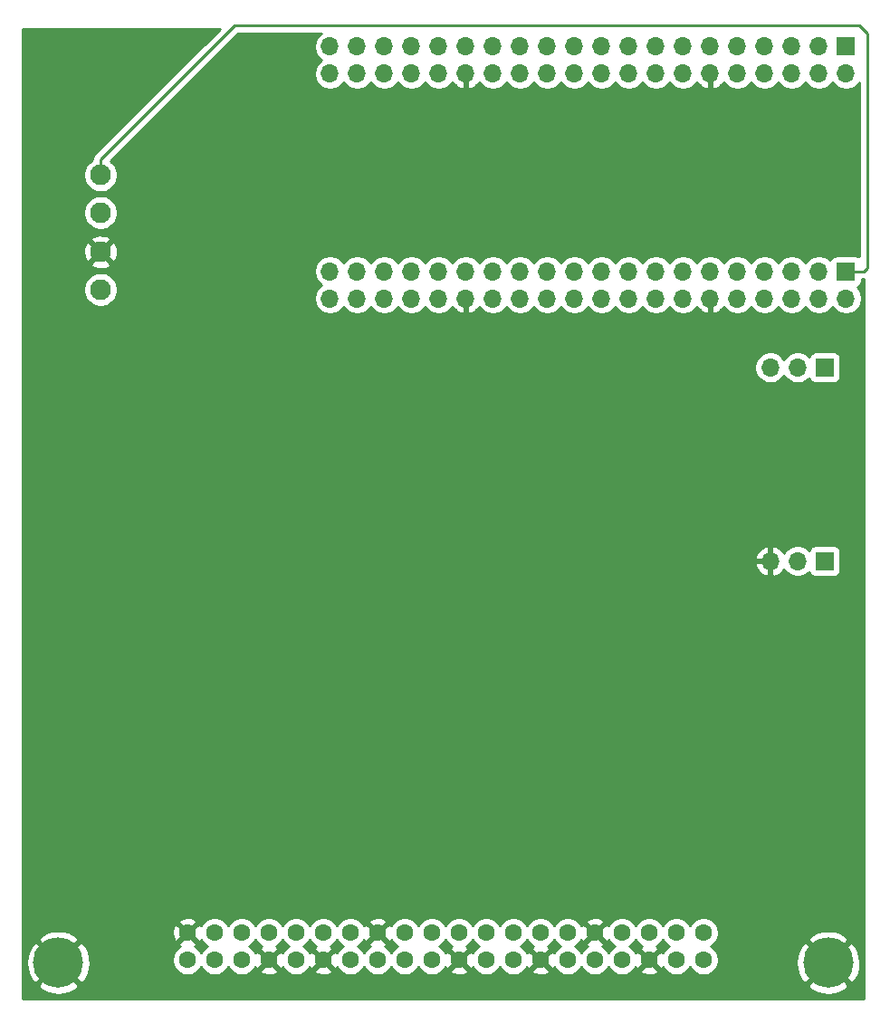
<source format=gtl>
G04 #@! TF.GenerationSoftware,KiCad,Pcbnew,(5.1.5)-3*
G04 #@! TF.CreationDate,2023-03-23T18:14:07-07:00*
G04 #@! TF.ProjectId,breakout_pcb,62726561-6b6f-4757-945f-7063622e6b69,rev?*
G04 #@! TF.SameCoordinates,Original*
G04 #@! TF.FileFunction,Copper,L1,Top*
G04 #@! TF.FilePolarity,Positive*
%FSLAX46Y46*%
G04 Gerber Fmt 4.6, Leading zero omitted, Abs format (unit mm)*
G04 Created by KiCad (PCBNEW (5.1.5)-3) date 2023-03-23 18:14:07*
%MOMM*%
%LPD*%
G04 APERTURE LIST*
%ADD10C,4.700000*%
%ADD11O,1.700000X1.700000*%
%ADD12R,1.700000X1.700000*%
%ADD13C,1.600200*%
%ADD14C,1.950000*%
%ADD15C,0.800000*%
%ADD16C,0.250000*%
%ADD17C,0.254000*%
G04 APERTURE END LIST*
D10*
X176000000Y-168000000D03*
X104000000Y-168000000D03*
D11*
X129410000Y-84890000D03*
X129410000Y-82350000D03*
X131950000Y-84890000D03*
X131950000Y-82350000D03*
X134490000Y-84890000D03*
X134490000Y-82350000D03*
X137030000Y-84890000D03*
X137030000Y-82350000D03*
X139570000Y-84890000D03*
X139570000Y-82350000D03*
X142110000Y-84890000D03*
X142110000Y-82350000D03*
X144650000Y-84890000D03*
X144650000Y-82350000D03*
X147190000Y-84890000D03*
X147190000Y-82350000D03*
X149730000Y-84890000D03*
X149730000Y-82350000D03*
X152270000Y-84890000D03*
X152270000Y-82350000D03*
X154810000Y-84890000D03*
X154810000Y-82350000D03*
X157350000Y-84890000D03*
X157350000Y-82350000D03*
X159890000Y-84890000D03*
X159890000Y-82350000D03*
X162430000Y-84890000D03*
X162430000Y-82350000D03*
X164970000Y-84890000D03*
X164970000Y-82350000D03*
X167510000Y-84890000D03*
X167510000Y-82350000D03*
X170050000Y-84890000D03*
X170050000Y-82350000D03*
X172590000Y-84890000D03*
X172590000Y-82350000D03*
X175130000Y-84890000D03*
X175130000Y-82350000D03*
X177670000Y-84890000D03*
D12*
X177670000Y-82350000D03*
D13*
X116080000Y-167760000D03*
X116080000Y-165220000D03*
X118620000Y-167760000D03*
X118620000Y-165220000D03*
X121160000Y-167760000D03*
X121160000Y-165220000D03*
X123700000Y-167760000D03*
X123700000Y-165220000D03*
X126240000Y-167760000D03*
X126240000Y-165220000D03*
X128780000Y-167760000D03*
X128780000Y-165220000D03*
X131320000Y-167760000D03*
X131320000Y-165220000D03*
X133860000Y-167760000D03*
X133860000Y-165220000D03*
X136400000Y-167760000D03*
X136400000Y-165220000D03*
X138940000Y-167760000D03*
X138940000Y-165220000D03*
X141480000Y-167760000D03*
X141480000Y-165220000D03*
X144020000Y-167760000D03*
X144020000Y-165220000D03*
X146560000Y-167760000D03*
X146560000Y-165220000D03*
X149100000Y-167760000D03*
X149100000Y-165220000D03*
X151640000Y-167760000D03*
X151640000Y-165220000D03*
X154180000Y-167760000D03*
X154180000Y-165220000D03*
X156720000Y-167760000D03*
X156720000Y-165220000D03*
X159260000Y-167760000D03*
X159260000Y-165220000D03*
X161800000Y-167760000D03*
X161800000Y-165220000D03*
X164340000Y-167760000D03*
X164340000Y-165220000D03*
D14*
X107960000Y-97860000D03*
X107960000Y-94360000D03*
X107960000Y-105060000D03*
X107960000Y-101560000D03*
D11*
X170590000Y-130450000D03*
X173130000Y-130450000D03*
D12*
X175670000Y-130450000D03*
D11*
X170590000Y-112350000D03*
X173130000Y-112350000D03*
D12*
X175670000Y-112350000D03*
D11*
X129410000Y-105890000D03*
X129410000Y-103350000D03*
X131950000Y-105890000D03*
X131950000Y-103350000D03*
X134490000Y-105890000D03*
X134490000Y-103350000D03*
X137030000Y-105890000D03*
X137030000Y-103350000D03*
X139570000Y-105890000D03*
X139570000Y-103350000D03*
X142110000Y-105890000D03*
X142110000Y-103350000D03*
X144650000Y-105890000D03*
X144650000Y-103350000D03*
X147190000Y-105890000D03*
X147190000Y-103350000D03*
X149730000Y-105890000D03*
X149730000Y-103350000D03*
X152270000Y-105890000D03*
X152270000Y-103350000D03*
X154810000Y-105890000D03*
X154810000Y-103350000D03*
X157350000Y-105890000D03*
X157350000Y-103350000D03*
X159890000Y-105890000D03*
X159890000Y-103350000D03*
X162430000Y-105890000D03*
X162430000Y-103350000D03*
X164970000Y-105890000D03*
X164970000Y-103350000D03*
X167510000Y-105890000D03*
X167510000Y-103350000D03*
X170050000Y-105890000D03*
X170050000Y-103350000D03*
X172590000Y-105890000D03*
X172590000Y-103350000D03*
X175130000Y-105890000D03*
X175130000Y-103350000D03*
X177670000Y-105890000D03*
D12*
X177670000Y-103350000D03*
D15*
X171710000Y-90470000D03*
X176410000Y-90470000D03*
X176460000Y-93740000D03*
X171710000Y-93690000D03*
X173840000Y-109010000D03*
X177920000Y-108930000D03*
X177880000Y-134260000D03*
X170000000Y-108990000D03*
D16*
X179350000Y-103350000D02*
X177670000Y-103350000D01*
X179649990Y-103050010D02*
X179350000Y-103350000D01*
X107960000Y-92860000D02*
X120469990Y-80350010D01*
X178910010Y-80350010D02*
X179649990Y-81089990D01*
X179649990Y-81089990D02*
X179649990Y-103050010D01*
X107960000Y-94360000D02*
X107960000Y-92860000D01*
X120469990Y-80350010D02*
X178910010Y-80350010D01*
D17*
G36*
X107448998Y-92296201D02*
G01*
X107420000Y-92319999D01*
X107396202Y-92348997D01*
X107396201Y-92348998D01*
X107325026Y-92435724D01*
X107254454Y-92567754D01*
X107210998Y-92711015D01*
X107196324Y-92860000D01*
X107200001Y-92897332D01*
X107200001Y-92932151D01*
X107197379Y-92933237D01*
X106933685Y-93109431D01*
X106709431Y-93333685D01*
X106533237Y-93597379D01*
X106411871Y-93890380D01*
X106350000Y-94201429D01*
X106350000Y-94518571D01*
X106411871Y-94829620D01*
X106533237Y-95122621D01*
X106709431Y-95386315D01*
X106933685Y-95610569D01*
X107197379Y-95786763D01*
X107490380Y-95908129D01*
X107801429Y-95970000D01*
X108118571Y-95970000D01*
X108429620Y-95908129D01*
X108722621Y-95786763D01*
X108986315Y-95610569D01*
X109210569Y-95386315D01*
X109386763Y-95122621D01*
X109508129Y-94829620D01*
X109570000Y-94518571D01*
X109570000Y-94201429D01*
X109508129Y-93890380D01*
X109386763Y-93597379D01*
X109210569Y-93333685D01*
X108986315Y-93109431D01*
X108865857Y-93028944D01*
X120784792Y-81110010D01*
X128592847Y-81110010D01*
X128463368Y-81196525D01*
X128256525Y-81403368D01*
X128094010Y-81646589D01*
X127982068Y-81916842D01*
X127925000Y-82203740D01*
X127925000Y-82496260D01*
X127982068Y-82783158D01*
X128094010Y-83053411D01*
X128256525Y-83296632D01*
X128463368Y-83503475D01*
X128637760Y-83620000D01*
X128463368Y-83736525D01*
X128256525Y-83943368D01*
X128094010Y-84186589D01*
X127982068Y-84456842D01*
X127925000Y-84743740D01*
X127925000Y-85036260D01*
X127982068Y-85323158D01*
X128094010Y-85593411D01*
X128256525Y-85836632D01*
X128463368Y-86043475D01*
X128706589Y-86205990D01*
X128976842Y-86317932D01*
X129263740Y-86375000D01*
X129556260Y-86375000D01*
X129843158Y-86317932D01*
X130113411Y-86205990D01*
X130356632Y-86043475D01*
X130563475Y-85836632D01*
X130680000Y-85662240D01*
X130796525Y-85836632D01*
X131003368Y-86043475D01*
X131246589Y-86205990D01*
X131516842Y-86317932D01*
X131803740Y-86375000D01*
X132096260Y-86375000D01*
X132383158Y-86317932D01*
X132653411Y-86205990D01*
X132896632Y-86043475D01*
X133103475Y-85836632D01*
X133220000Y-85662240D01*
X133336525Y-85836632D01*
X133543368Y-86043475D01*
X133786589Y-86205990D01*
X134056842Y-86317932D01*
X134343740Y-86375000D01*
X134636260Y-86375000D01*
X134923158Y-86317932D01*
X135193411Y-86205990D01*
X135436632Y-86043475D01*
X135643475Y-85836632D01*
X135760000Y-85662240D01*
X135876525Y-85836632D01*
X136083368Y-86043475D01*
X136326589Y-86205990D01*
X136596842Y-86317932D01*
X136883740Y-86375000D01*
X137176260Y-86375000D01*
X137463158Y-86317932D01*
X137733411Y-86205990D01*
X137976632Y-86043475D01*
X138183475Y-85836632D01*
X138300000Y-85662240D01*
X138416525Y-85836632D01*
X138623368Y-86043475D01*
X138866589Y-86205990D01*
X139136842Y-86317932D01*
X139423740Y-86375000D01*
X139716260Y-86375000D01*
X140003158Y-86317932D01*
X140273411Y-86205990D01*
X140516632Y-86043475D01*
X140723475Y-85836632D01*
X140845195Y-85654466D01*
X140914822Y-85771355D01*
X141109731Y-85987588D01*
X141343080Y-86161641D01*
X141605901Y-86286825D01*
X141753110Y-86331476D01*
X141983000Y-86210155D01*
X141983000Y-85017000D01*
X141963000Y-85017000D01*
X141963000Y-84763000D01*
X141983000Y-84763000D01*
X141983000Y-84743000D01*
X142237000Y-84743000D01*
X142237000Y-84763000D01*
X142257000Y-84763000D01*
X142257000Y-85017000D01*
X142237000Y-85017000D01*
X142237000Y-86210155D01*
X142466890Y-86331476D01*
X142614099Y-86286825D01*
X142876920Y-86161641D01*
X143110269Y-85987588D01*
X143305178Y-85771355D01*
X143374805Y-85654466D01*
X143496525Y-85836632D01*
X143703368Y-86043475D01*
X143946589Y-86205990D01*
X144216842Y-86317932D01*
X144503740Y-86375000D01*
X144796260Y-86375000D01*
X145083158Y-86317932D01*
X145353411Y-86205990D01*
X145596632Y-86043475D01*
X145803475Y-85836632D01*
X145920000Y-85662240D01*
X146036525Y-85836632D01*
X146243368Y-86043475D01*
X146486589Y-86205990D01*
X146756842Y-86317932D01*
X147043740Y-86375000D01*
X147336260Y-86375000D01*
X147623158Y-86317932D01*
X147893411Y-86205990D01*
X148136632Y-86043475D01*
X148343475Y-85836632D01*
X148460000Y-85662240D01*
X148576525Y-85836632D01*
X148783368Y-86043475D01*
X149026589Y-86205990D01*
X149296842Y-86317932D01*
X149583740Y-86375000D01*
X149876260Y-86375000D01*
X150163158Y-86317932D01*
X150433411Y-86205990D01*
X150676632Y-86043475D01*
X150883475Y-85836632D01*
X151000000Y-85662240D01*
X151116525Y-85836632D01*
X151323368Y-86043475D01*
X151566589Y-86205990D01*
X151836842Y-86317932D01*
X152123740Y-86375000D01*
X152416260Y-86375000D01*
X152703158Y-86317932D01*
X152973411Y-86205990D01*
X153216632Y-86043475D01*
X153423475Y-85836632D01*
X153540000Y-85662240D01*
X153656525Y-85836632D01*
X153863368Y-86043475D01*
X154106589Y-86205990D01*
X154376842Y-86317932D01*
X154663740Y-86375000D01*
X154956260Y-86375000D01*
X155243158Y-86317932D01*
X155513411Y-86205990D01*
X155756632Y-86043475D01*
X155963475Y-85836632D01*
X156080000Y-85662240D01*
X156196525Y-85836632D01*
X156403368Y-86043475D01*
X156646589Y-86205990D01*
X156916842Y-86317932D01*
X157203740Y-86375000D01*
X157496260Y-86375000D01*
X157783158Y-86317932D01*
X158053411Y-86205990D01*
X158296632Y-86043475D01*
X158503475Y-85836632D01*
X158620000Y-85662240D01*
X158736525Y-85836632D01*
X158943368Y-86043475D01*
X159186589Y-86205990D01*
X159456842Y-86317932D01*
X159743740Y-86375000D01*
X160036260Y-86375000D01*
X160323158Y-86317932D01*
X160593411Y-86205990D01*
X160836632Y-86043475D01*
X161043475Y-85836632D01*
X161160000Y-85662240D01*
X161276525Y-85836632D01*
X161483368Y-86043475D01*
X161726589Y-86205990D01*
X161996842Y-86317932D01*
X162283740Y-86375000D01*
X162576260Y-86375000D01*
X162863158Y-86317932D01*
X163133411Y-86205990D01*
X163376632Y-86043475D01*
X163583475Y-85836632D01*
X163705195Y-85654466D01*
X163774822Y-85771355D01*
X163969731Y-85987588D01*
X164203080Y-86161641D01*
X164465901Y-86286825D01*
X164613110Y-86331476D01*
X164843000Y-86210155D01*
X164843000Y-85017000D01*
X164823000Y-85017000D01*
X164823000Y-84763000D01*
X164843000Y-84763000D01*
X164843000Y-84743000D01*
X165097000Y-84743000D01*
X165097000Y-84763000D01*
X165117000Y-84763000D01*
X165117000Y-85017000D01*
X165097000Y-85017000D01*
X165097000Y-86210155D01*
X165326890Y-86331476D01*
X165474099Y-86286825D01*
X165736920Y-86161641D01*
X165970269Y-85987588D01*
X166165178Y-85771355D01*
X166234805Y-85654466D01*
X166356525Y-85836632D01*
X166563368Y-86043475D01*
X166806589Y-86205990D01*
X167076842Y-86317932D01*
X167363740Y-86375000D01*
X167656260Y-86375000D01*
X167943158Y-86317932D01*
X168213411Y-86205990D01*
X168456632Y-86043475D01*
X168663475Y-85836632D01*
X168780000Y-85662240D01*
X168896525Y-85836632D01*
X169103368Y-86043475D01*
X169346589Y-86205990D01*
X169616842Y-86317932D01*
X169903740Y-86375000D01*
X170196260Y-86375000D01*
X170483158Y-86317932D01*
X170753411Y-86205990D01*
X170996632Y-86043475D01*
X171203475Y-85836632D01*
X171320000Y-85662240D01*
X171436525Y-85836632D01*
X171643368Y-86043475D01*
X171886589Y-86205990D01*
X172156842Y-86317932D01*
X172443740Y-86375000D01*
X172736260Y-86375000D01*
X173023158Y-86317932D01*
X173293411Y-86205990D01*
X173536632Y-86043475D01*
X173743475Y-85836632D01*
X173860000Y-85662240D01*
X173976525Y-85836632D01*
X174183368Y-86043475D01*
X174426589Y-86205990D01*
X174696842Y-86317932D01*
X174983740Y-86375000D01*
X175276260Y-86375000D01*
X175563158Y-86317932D01*
X175833411Y-86205990D01*
X176076632Y-86043475D01*
X176283475Y-85836632D01*
X176400000Y-85662240D01*
X176516525Y-85836632D01*
X176723368Y-86043475D01*
X176966589Y-86205990D01*
X177236842Y-86317932D01*
X177523740Y-86375000D01*
X177816260Y-86375000D01*
X178103158Y-86317932D01*
X178373411Y-86205990D01*
X178616632Y-86043475D01*
X178823475Y-85836632D01*
X178889990Y-85737085D01*
X178889991Y-101982181D01*
X178874494Y-101969463D01*
X178764180Y-101910498D01*
X178644482Y-101874188D01*
X178520000Y-101861928D01*
X176820000Y-101861928D01*
X176695518Y-101874188D01*
X176575820Y-101910498D01*
X176465506Y-101969463D01*
X176368815Y-102048815D01*
X176289463Y-102145506D01*
X176230498Y-102255820D01*
X176208487Y-102328380D01*
X176076632Y-102196525D01*
X175833411Y-102034010D01*
X175563158Y-101922068D01*
X175276260Y-101865000D01*
X174983740Y-101865000D01*
X174696842Y-101922068D01*
X174426589Y-102034010D01*
X174183368Y-102196525D01*
X173976525Y-102403368D01*
X173860000Y-102577760D01*
X173743475Y-102403368D01*
X173536632Y-102196525D01*
X173293411Y-102034010D01*
X173023158Y-101922068D01*
X172736260Y-101865000D01*
X172443740Y-101865000D01*
X172156842Y-101922068D01*
X171886589Y-102034010D01*
X171643368Y-102196525D01*
X171436525Y-102403368D01*
X171320000Y-102577760D01*
X171203475Y-102403368D01*
X170996632Y-102196525D01*
X170753411Y-102034010D01*
X170483158Y-101922068D01*
X170196260Y-101865000D01*
X169903740Y-101865000D01*
X169616842Y-101922068D01*
X169346589Y-102034010D01*
X169103368Y-102196525D01*
X168896525Y-102403368D01*
X168780000Y-102577760D01*
X168663475Y-102403368D01*
X168456632Y-102196525D01*
X168213411Y-102034010D01*
X167943158Y-101922068D01*
X167656260Y-101865000D01*
X167363740Y-101865000D01*
X167076842Y-101922068D01*
X166806589Y-102034010D01*
X166563368Y-102196525D01*
X166356525Y-102403368D01*
X166240000Y-102577760D01*
X166123475Y-102403368D01*
X165916632Y-102196525D01*
X165673411Y-102034010D01*
X165403158Y-101922068D01*
X165116260Y-101865000D01*
X164823740Y-101865000D01*
X164536842Y-101922068D01*
X164266589Y-102034010D01*
X164023368Y-102196525D01*
X163816525Y-102403368D01*
X163700000Y-102577760D01*
X163583475Y-102403368D01*
X163376632Y-102196525D01*
X163133411Y-102034010D01*
X162863158Y-101922068D01*
X162576260Y-101865000D01*
X162283740Y-101865000D01*
X161996842Y-101922068D01*
X161726589Y-102034010D01*
X161483368Y-102196525D01*
X161276525Y-102403368D01*
X161160000Y-102577760D01*
X161043475Y-102403368D01*
X160836632Y-102196525D01*
X160593411Y-102034010D01*
X160323158Y-101922068D01*
X160036260Y-101865000D01*
X159743740Y-101865000D01*
X159456842Y-101922068D01*
X159186589Y-102034010D01*
X158943368Y-102196525D01*
X158736525Y-102403368D01*
X158620000Y-102577760D01*
X158503475Y-102403368D01*
X158296632Y-102196525D01*
X158053411Y-102034010D01*
X157783158Y-101922068D01*
X157496260Y-101865000D01*
X157203740Y-101865000D01*
X156916842Y-101922068D01*
X156646589Y-102034010D01*
X156403368Y-102196525D01*
X156196525Y-102403368D01*
X156080000Y-102577760D01*
X155963475Y-102403368D01*
X155756632Y-102196525D01*
X155513411Y-102034010D01*
X155243158Y-101922068D01*
X154956260Y-101865000D01*
X154663740Y-101865000D01*
X154376842Y-101922068D01*
X154106589Y-102034010D01*
X153863368Y-102196525D01*
X153656525Y-102403368D01*
X153540000Y-102577760D01*
X153423475Y-102403368D01*
X153216632Y-102196525D01*
X152973411Y-102034010D01*
X152703158Y-101922068D01*
X152416260Y-101865000D01*
X152123740Y-101865000D01*
X151836842Y-101922068D01*
X151566589Y-102034010D01*
X151323368Y-102196525D01*
X151116525Y-102403368D01*
X151000000Y-102577760D01*
X150883475Y-102403368D01*
X150676632Y-102196525D01*
X150433411Y-102034010D01*
X150163158Y-101922068D01*
X149876260Y-101865000D01*
X149583740Y-101865000D01*
X149296842Y-101922068D01*
X149026589Y-102034010D01*
X148783368Y-102196525D01*
X148576525Y-102403368D01*
X148460000Y-102577760D01*
X148343475Y-102403368D01*
X148136632Y-102196525D01*
X147893411Y-102034010D01*
X147623158Y-101922068D01*
X147336260Y-101865000D01*
X147043740Y-101865000D01*
X146756842Y-101922068D01*
X146486589Y-102034010D01*
X146243368Y-102196525D01*
X146036525Y-102403368D01*
X145920000Y-102577760D01*
X145803475Y-102403368D01*
X145596632Y-102196525D01*
X145353411Y-102034010D01*
X145083158Y-101922068D01*
X144796260Y-101865000D01*
X144503740Y-101865000D01*
X144216842Y-101922068D01*
X143946589Y-102034010D01*
X143703368Y-102196525D01*
X143496525Y-102403368D01*
X143380000Y-102577760D01*
X143263475Y-102403368D01*
X143056632Y-102196525D01*
X142813411Y-102034010D01*
X142543158Y-101922068D01*
X142256260Y-101865000D01*
X141963740Y-101865000D01*
X141676842Y-101922068D01*
X141406589Y-102034010D01*
X141163368Y-102196525D01*
X140956525Y-102403368D01*
X140840000Y-102577760D01*
X140723475Y-102403368D01*
X140516632Y-102196525D01*
X140273411Y-102034010D01*
X140003158Y-101922068D01*
X139716260Y-101865000D01*
X139423740Y-101865000D01*
X139136842Y-101922068D01*
X138866589Y-102034010D01*
X138623368Y-102196525D01*
X138416525Y-102403368D01*
X138300000Y-102577760D01*
X138183475Y-102403368D01*
X137976632Y-102196525D01*
X137733411Y-102034010D01*
X137463158Y-101922068D01*
X137176260Y-101865000D01*
X136883740Y-101865000D01*
X136596842Y-101922068D01*
X136326589Y-102034010D01*
X136083368Y-102196525D01*
X135876525Y-102403368D01*
X135760000Y-102577760D01*
X135643475Y-102403368D01*
X135436632Y-102196525D01*
X135193411Y-102034010D01*
X134923158Y-101922068D01*
X134636260Y-101865000D01*
X134343740Y-101865000D01*
X134056842Y-101922068D01*
X133786589Y-102034010D01*
X133543368Y-102196525D01*
X133336525Y-102403368D01*
X133220000Y-102577760D01*
X133103475Y-102403368D01*
X132896632Y-102196525D01*
X132653411Y-102034010D01*
X132383158Y-101922068D01*
X132096260Y-101865000D01*
X131803740Y-101865000D01*
X131516842Y-101922068D01*
X131246589Y-102034010D01*
X131003368Y-102196525D01*
X130796525Y-102403368D01*
X130680000Y-102577760D01*
X130563475Y-102403368D01*
X130356632Y-102196525D01*
X130113411Y-102034010D01*
X129843158Y-101922068D01*
X129556260Y-101865000D01*
X129263740Y-101865000D01*
X128976842Y-101922068D01*
X128706589Y-102034010D01*
X128463368Y-102196525D01*
X128256525Y-102403368D01*
X128094010Y-102646589D01*
X127982068Y-102916842D01*
X127925000Y-103203740D01*
X127925000Y-103496260D01*
X127982068Y-103783158D01*
X128094010Y-104053411D01*
X128256525Y-104296632D01*
X128463368Y-104503475D01*
X128637760Y-104620000D01*
X128463368Y-104736525D01*
X128256525Y-104943368D01*
X128094010Y-105186589D01*
X127982068Y-105456842D01*
X127925000Y-105743740D01*
X127925000Y-106036260D01*
X127982068Y-106323158D01*
X128094010Y-106593411D01*
X128256525Y-106836632D01*
X128463368Y-107043475D01*
X128706589Y-107205990D01*
X128976842Y-107317932D01*
X129263740Y-107375000D01*
X129556260Y-107375000D01*
X129843158Y-107317932D01*
X130113411Y-107205990D01*
X130356632Y-107043475D01*
X130563475Y-106836632D01*
X130680000Y-106662240D01*
X130796525Y-106836632D01*
X131003368Y-107043475D01*
X131246589Y-107205990D01*
X131516842Y-107317932D01*
X131803740Y-107375000D01*
X132096260Y-107375000D01*
X132383158Y-107317932D01*
X132653411Y-107205990D01*
X132896632Y-107043475D01*
X133103475Y-106836632D01*
X133220000Y-106662240D01*
X133336525Y-106836632D01*
X133543368Y-107043475D01*
X133786589Y-107205990D01*
X134056842Y-107317932D01*
X134343740Y-107375000D01*
X134636260Y-107375000D01*
X134923158Y-107317932D01*
X135193411Y-107205990D01*
X135436632Y-107043475D01*
X135643475Y-106836632D01*
X135760000Y-106662240D01*
X135876525Y-106836632D01*
X136083368Y-107043475D01*
X136326589Y-107205990D01*
X136596842Y-107317932D01*
X136883740Y-107375000D01*
X137176260Y-107375000D01*
X137463158Y-107317932D01*
X137733411Y-107205990D01*
X137976632Y-107043475D01*
X138183475Y-106836632D01*
X138300000Y-106662240D01*
X138416525Y-106836632D01*
X138623368Y-107043475D01*
X138866589Y-107205990D01*
X139136842Y-107317932D01*
X139423740Y-107375000D01*
X139716260Y-107375000D01*
X140003158Y-107317932D01*
X140273411Y-107205990D01*
X140516632Y-107043475D01*
X140723475Y-106836632D01*
X140845195Y-106654466D01*
X140914822Y-106771355D01*
X141109731Y-106987588D01*
X141343080Y-107161641D01*
X141605901Y-107286825D01*
X141753110Y-107331476D01*
X141983000Y-107210155D01*
X141983000Y-106017000D01*
X141963000Y-106017000D01*
X141963000Y-105763000D01*
X141983000Y-105763000D01*
X141983000Y-105743000D01*
X142237000Y-105743000D01*
X142237000Y-105763000D01*
X142257000Y-105763000D01*
X142257000Y-106017000D01*
X142237000Y-106017000D01*
X142237000Y-107210155D01*
X142466890Y-107331476D01*
X142614099Y-107286825D01*
X142876920Y-107161641D01*
X143110269Y-106987588D01*
X143305178Y-106771355D01*
X143374805Y-106654466D01*
X143496525Y-106836632D01*
X143703368Y-107043475D01*
X143946589Y-107205990D01*
X144216842Y-107317932D01*
X144503740Y-107375000D01*
X144796260Y-107375000D01*
X145083158Y-107317932D01*
X145353411Y-107205990D01*
X145596632Y-107043475D01*
X145803475Y-106836632D01*
X145920000Y-106662240D01*
X146036525Y-106836632D01*
X146243368Y-107043475D01*
X146486589Y-107205990D01*
X146756842Y-107317932D01*
X147043740Y-107375000D01*
X147336260Y-107375000D01*
X147623158Y-107317932D01*
X147893411Y-107205990D01*
X148136632Y-107043475D01*
X148343475Y-106836632D01*
X148460000Y-106662240D01*
X148576525Y-106836632D01*
X148783368Y-107043475D01*
X149026589Y-107205990D01*
X149296842Y-107317932D01*
X149583740Y-107375000D01*
X149876260Y-107375000D01*
X150163158Y-107317932D01*
X150433411Y-107205990D01*
X150676632Y-107043475D01*
X150883475Y-106836632D01*
X151000000Y-106662240D01*
X151116525Y-106836632D01*
X151323368Y-107043475D01*
X151566589Y-107205990D01*
X151836842Y-107317932D01*
X152123740Y-107375000D01*
X152416260Y-107375000D01*
X152703158Y-107317932D01*
X152973411Y-107205990D01*
X153216632Y-107043475D01*
X153423475Y-106836632D01*
X153540000Y-106662240D01*
X153656525Y-106836632D01*
X153863368Y-107043475D01*
X154106589Y-107205990D01*
X154376842Y-107317932D01*
X154663740Y-107375000D01*
X154956260Y-107375000D01*
X155243158Y-107317932D01*
X155513411Y-107205990D01*
X155756632Y-107043475D01*
X155963475Y-106836632D01*
X156080000Y-106662240D01*
X156196525Y-106836632D01*
X156403368Y-107043475D01*
X156646589Y-107205990D01*
X156916842Y-107317932D01*
X157203740Y-107375000D01*
X157496260Y-107375000D01*
X157783158Y-107317932D01*
X158053411Y-107205990D01*
X158296632Y-107043475D01*
X158503475Y-106836632D01*
X158620000Y-106662240D01*
X158736525Y-106836632D01*
X158943368Y-107043475D01*
X159186589Y-107205990D01*
X159456842Y-107317932D01*
X159743740Y-107375000D01*
X160036260Y-107375000D01*
X160323158Y-107317932D01*
X160593411Y-107205990D01*
X160836632Y-107043475D01*
X161043475Y-106836632D01*
X161160000Y-106662240D01*
X161276525Y-106836632D01*
X161483368Y-107043475D01*
X161726589Y-107205990D01*
X161996842Y-107317932D01*
X162283740Y-107375000D01*
X162576260Y-107375000D01*
X162863158Y-107317932D01*
X163133411Y-107205990D01*
X163376632Y-107043475D01*
X163583475Y-106836632D01*
X163705195Y-106654466D01*
X163774822Y-106771355D01*
X163969731Y-106987588D01*
X164203080Y-107161641D01*
X164465901Y-107286825D01*
X164613110Y-107331476D01*
X164843000Y-107210155D01*
X164843000Y-106017000D01*
X164823000Y-106017000D01*
X164823000Y-105763000D01*
X164843000Y-105763000D01*
X164843000Y-105743000D01*
X165097000Y-105743000D01*
X165097000Y-105763000D01*
X165117000Y-105763000D01*
X165117000Y-106017000D01*
X165097000Y-106017000D01*
X165097000Y-107210155D01*
X165326890Y-107331476D01*
X165474099Y-107286825D01*
X165736920Y-107161641D01*
X165970269Y-106987588D01*
X166165178Y-106771355D01*
X166234805Y-106654466D01*
X166356525Y-106836632D01*
X166563368Y-107043475D01*
X166806589Y-107205990D01*
X167076842Y-107317932D01*
X167363740Y-107375000D01*
X167656260Y-107375000D01*
X167943158Y-107317932D01*
X168213411Y-107205990D01*
X168456632Y-107043475D01*
X168663475Y-106836632D01*
X168780000Y-106662240D01*
X168896525Y-106836632D01*
X169103368Y-107043475D01*
X169346589Y-107205990D01*
X169616842Y-107317932D01*
X169903740Y-107375000D01*
X170196260Y-107375000D01*
X170483158Y-107317932D01*
X170753411Y-107205990D01*
X170996632Y-107043475D01*
X171203475Y-106836632D01*
X171320000Y-106662240D01*
X171436525Y-106836632D01*
X171643368Y-107043475D01*
X171886589Y-107205990D01*
X172156842Y-107317932D01*
X172443740Y-107375000D01*
X172736260Y-107375000D01*
X173023158Y-107317932D01*
X173293411Y-107205990D01*
X173536632Y-107043475D01*
X173743475Y-106836632D01*
X173860000Y-106662240D01*
X173976525Y-106836632D01*
X174183368Y-107043475D01*
X174426589Y-107205990D01*
X174696842Y-107317932D01*
X174983740Y-107375000D01*
X175276260Y-107375000D01*
X175563158Y-107317932D01*
X175833411Y-107205990D01*
X176076632Y-107043475D01*
X176283475Y-106836632D01*
X176400000Y-106662240D01*
X176516525Y-106836632D01*
X176723368Y-107043475D01*
X176966589Y-107205990D01*
X177236842Y-107317932D01*
X177523740Y-107375000D01*
X177816260Y-107375000D01*
X178103158Y-107317932D01*
X178373411Y-107205990D01*
X178616632Y-107043475D01*
X178823475Y-106836632D01*
X178985990Y-106593411D01*
X179097932Y-106323158D01*
X179155000Y-106036260D01*
X179155000Y-105743740D01*
X179097932Y-105456842D01*
X178985990Y-105186589D01*
X178823475Y-104943368D01*
X178691620Y-104811513D01*
X178764180Y-104789502D01*
X178874494Y-104730537D01*
X178971185Y-104651185D01*
X179050537Y-104554494D01*
X179109502Y-104444180D01*
X179145812Y-104324482D01*
X179158072Y-104200000D01*
X179158072Y-104110000D01*
X179312678Y-104110000D01*
X179340000Y-104112691D01*
X179340001Y-171340000D01*
X100660000Y-171340000D01*
X100660000Y-170096468D01*
X102083137Y-170096468D01*
X102341298Y-170499073D01*
X102860715Y-170774651D01*
X103423913Y-170943601D01*
X104009250Y-170999430D01*
X104594233Y-170939992D01*
X105156379Y-170767571D01*
X105658702Y-170499073D01*
X105916863Y-170096468D01*
X174083137Y-170096468D01*
X174341298Y-170499073D01*
X174860715Y-170774651D01*
X175423913Y-170943601D01*
X176009250Y-170999430D01*
X176594233Y-170939992D01*
X177156379Y-170767571D01*
X177658702Y-170499073D01*
X177916863Y-170096468D01*
X176000000Y-168179605D01*
X174083137Y-170096468D01*
X105916863Y-170096468D01*
X104000000Y-168179605D01*
X102083137Y-170096468D01*
X100660000Y-170096468D01*
X100660000Y-168009250D01*
X101000570Y-168009250D01*
X101060008Y-168594233D01*
X101232429Y-169156379D01*
X101500927Y-169658702D01*
X101903532Y-169916863D01*
X103820395Y-168000000D01*
X104179605Y-168000000D01*
X106096468Y-169916863D01*
X106499073Y-169658702D01*
X106774651Y-169139285D01*
X106943601Y-168576087D01*
X106999430Y-167990750D01*
X106961623Y-167618655D01*
X114644900Y-167618655D01*
X114644900Y-167901345D01*
X114700050Y-168178603D01*
X114808231Y-168439775D01*
X114965285Y-168674823D01*
X115165177Y-168874715D01*
X115400225Y-169031769D01*
X115661397Y-169139950D01*
X115938655Y-169195100D01*
X116221345Y-169195100D01*
X116498603Y-169139950D01*
X116759775Y-169031769D01*
X116994823Y-168874715D01*
X117194715Y-168674823D01*
X117350000Y-168442422D01*
X117505285Y-168674823D01*
X117705177Y-168874715D01*
X117940225Y-169031769D01*
X118201397Y-169139950D01*
X118478655Y-169195100D01*
X118761345Y-169195100D01*
X119038603Y-169139950D01*
X119299775Y-169031769D01*
X119534823Y-168874715D01*
X119734715Y-168674823D01*
X119890000Y-168442422D01*
X120045285Y-168674823D01*
X120245177Y-168874715D01*
X120480225Y-169031769D01*
X120741397Y-169139950D01*
X121018655Y-169195100D01*
X121301345Y-169195100D01*
X121578603Y-169139950D01*
X121839775Y-169031769D01*
X122074823Y-168874715D01*
X122196764Y-168752774D01*
X122886831Y-168752774D01*
X122958426Y-168996754D01*
X123213954Y-169117664D01*
X123488161Y-169186400D01*
X123770508Y-169200320D01*
X124050147Y-169158889D01*
X124316328Y-169063700D01*
X124441574Y-168996754D01*
X124513169Y-168752774D01*
X123700000Y-167939605D01*
X122886831Y-168752774D01*
X122196764Y-168752774D01*
X122274715Y-168674823D01*
X122430905Y-168441068D01*
X122463246Y-168501574D01*
X122707226Y-168573169D01*
X123520395Y-167760000D01*
X122707226Y-166946831D01*
X122463246Y-167018426D01*
X122432812Y-167082744D01*
X122431769Y-167080225D01*
X122274715Y-166845177D01*
X122074823Y-166645285D01*
X121842422Y-166490000D01*
X122074823Y-166334715D01*
X122274715Y-166134823D01*
X122430000Y-165902422D01*
X122585285Y-166134823D01*
X122785177Y-166334715D01*
X123018932Y-166490905D01*
X122958426Y-166523246D01*
X122886831Y-166767226D01*
X123700000Y-167580395D01*
X124513169Y-166767226D01*
X124441574Y-166523246D01*
X124377256Y-166492812D01*
X124379775Y-166491769D01*
X124614823Y-166334715D01*
X124814715Y-166134823D01*
X124970000Y-165902422D01*
X125125285Y-166134823D01*
X125325177Y-166334715D01*
X125557578Y-166490000D01*
X125325177Y-166645285D01*
X125125285Y-166845177D01*
X124969095Y-167078932D01*
X124936754Y-167018426D01*
X124692774Y-166946831D01*
X123879605Y-167760000D01*
X124692774Y-168573169D01*
X124936754Y-168501574D01*
X124967188Y-168437256D01*
X124968231Y-168439775D01*
X125125285Y-168674823D01*
X125325177Y-168874715D01*
X125560225Y-169031769D01*
X125821397Y-169139950D01*
X126098655Y-169195100D01*
X126381345Y-169195100D01*
X126658603Y-169139950D01*
X126919775Y-169031769D01*
X127154823Y-168874715D01*
X127276764Y-168752774D01*
X127966831Y-168752774D01*
X128038426Y-168996754D01*
X128293954Y-169117664D01*
X128568161Y-169186400D01*
X128850508Y-169200320D01*
X129130147Y-169158889D01*
X129396328Y-169063700D01*
X129521574Y-168996754D01*
X129593169Y-168752774D01*
X128780000Y-167939605D01*
X127966831Y-168752774D01*
X127276764Y-168752774D01*
X127354715Y-168674823D01*
X127510905Y-168441068D01*
X127543246Y-168501574D01*
X127787226Y-168573169D01*
X128600395Y-167760000D01*
X127787226Y-166946831D01*
X127543246Y-167018426D01*
X127512812Y-167082744D01*
X127511769Y-167080225D01*
X127354715Y-166845177D01*
X127154823Y-166645285D01*
X126922422Y-166490000D01*
X127154823Y-166334715D01*
X127354715Y-166134823D01*
X127510000Y-165902422D01*
X127665285Y-166134823D01*
X127865177Y-166334715D01*
X128098932Y-166490905D01*
X128038426Y-166523246D01*
X127966831Y-166767226D01*
X128780000Y-167580395D01*
X129593169Y-166767226D01*
X129521574Y-166523246D01*
X129457256Y-166492812D01*
X129459775Y-166491769D01*
X129694823Y-166334715D01*
X129894715Y-166134823D01*
X130050000Y-165902422D01*
X130205285Y-166134823D01*
X130405177Y-166334715D01*
X130637578Y-166490000D01*
X130405177Y-166645285D01*
X130205285Y-166845177D01*
X130049095Y-167078932D01*
X130016754Y-167018426D01*
X129772774Y-166946831D01*
X128959605Y-167760000D01*
X129772774Y-168573169D01*
X130016754Y-168501574D01*
X130047188Y-168437256D01*
X130048231Y-168439775D01*
X130205285Y-168674823D01*
X130405177Y-168874715D01*
X130640225Y-169031769D01*
X130901397Y-169139950D01*
X131178655Y-169195100D01*
X131461345Y-169195100D01*
X131738603Y-169139950D01*
X131999775Y-169031769D01*
X132234823Y-168874715D01*
X132434715Y-168674823D01*
X132590000Y-168442422D01*
X132745285Y-168674823D01*
X132945177Y-168874715D01*
X133180225Y-169031769D01*
X133441397Y-169139950D01*
X133718655Y-169195100D01*
X134001345Y-169195100D01*
X134278603Y-169139950D01*
X134539775Y-169031769D01*
X134774823Y-168874715D01*
X134974715Y-168674823D01*
X135130000Y-168442422D01*
X135285285Y-168674823D01*
X135485177Y-168874715D01*
X135720225Y-169031769D01*
X135981397Y-169139950D01*
X136258655Y-169195100D01*
X136541345Y-169195100D01*
X136818603Y-169139950D01*
X137079775Y-169031769D01*
X137314823Y-168874715D01*
X137514715Y-168674823D01*
X137670000Y-168442422D01*
X137825285Y-168674823D01*
X138025177Y-168874715D01*
X138260225Y-169031769D01*
X138521397Y-169139950D01*
X138798655Y-169195100D01*
X139081345Y-169195100D01*
X139358603Y-169139950D01*
X139619775Y-169031769D01*
X139854823Y-168874715D01*
X139976764Y-168752774D01*
X140666831Y-168752774D01*
X140738426Y-168996754D01*
X140993954Y-169117664D01*
X141268161Y-169186400D01*
X141550508Y-169200320D01*
X141830147Y-169158889D01*
X142096328Y-169063700D01*
X142221574Y-168996754D01*
X142293169Y-168752774D01*
X141480000Y-167939605D01*
X140666831Y-168752774D01*
X139976764Y-168752774D01*
X140054715Y-168674823D01*
X140210905Y-168441068D01*
X140243246Y-168501574D01*
X140487226Y-168573169D01*
X141300395Y-167760000D01*
X140487226Y-166946831D01*
X140243246Y-167018426D01*
X140212812Y-167082744D01*
X140211769Y-167080225D01*
X140054715Y-166845177D01*
X139854823Y-166645285D01*
X139622422Y-166490000D01*
X139854823Y-166334715D01*
X140054715Y-166134823D01*
X140210000Y-165902422D01*
X140365285Y-166134823D01*
X140565177Y-166334715D01*
X140798932Y-166490905D01*
X140738426Y-166523246D01*
X140666831Y-166767226D01*
X141480000Y-167580395D01*
X142293169Y-166767226D01*
X142221574Y-166523246D01*
X142157256Y-166492812D01*
X142159775Y-166491769D01*
X142394823Y-166334715D01*
X142594715Y-166134823D01*
X142750000Y-165902422D01*
X142905285Y-166134823D01*
X143105177Y-166334715D01*
X143337578Y-166490000D01*
X143105177Y-166645285D01*
X142905285Y-166845177D01*
X142749095Y-167078932D01*
X142716754Y-167018426D01*
X142472774Y-166946831D01*
X141659605Y-167760000D01*
X142472774Y-168573169D01*
X142716754Y-168501574D01*
X142747188Y-168437256D01*
X142748231Y-168439775D01*
X142905285Y-168674823D01*
X143105177Y-168874715D01*
X143340225Y-169031769D01*
X143601397Y-169139950D01*
X143878655Y-169195100D01*
X144161345Y-169195100D01*
X144438603Y-169139950D01*
X144699775Y-169031769D01*
X144934823Y-168874715D01*
X145134715Y-168674823D01*
X145290000Y-168442422D01*
X145445285Y-168674823D01*
X145645177Y-168874715D01*
X145880225Y-169031769D01*
X146141397Y-169139950D01*
X146418655Y-169195100D01*
X146701345Y-169195100D01*
X146978603Y-169139950D01*
X147239775Y-169031769D01*
X147474823Y-168874715D01*
X147596764Y-168752774D01*
X148286831Y-168752774D01*
X148358426Y-168996754D01*
X148613954Y-169117664D01*
X148888161Y-169186400D01*
X149170508Y-169200320D01*
X149450147Y-169158889D01*
X149716328Y-169063700D01*
X149841574Y-168996754D01*
X149913169Y-168752774D01*
X149100000Y-167939605D01*
X148286831Y-168752774D01*
X147596764Y-168752774D01*
X147674715Y-168674823D01*
X147830905Y-168441068D01*
X147863246Y-168501574D01*
X148107226Y-168573169D01*
X148920395Y-167760000D01*
X148107226Y-166946831D01*
X147863246Y-167018426D01*
X147832812Y-167082744D01*
X147831769Y-167080225D01*
X147674715Y-166845177D01*
X147474823Y-166645285D01*
X147242422Y-166490000D01*
X147474823Y-166334715D01*
X147674715Y-166134823D01*
X147830000Y-165902422D01*
X147985285Y-166134823D01*
X148185177Y-166334715D01*
X148418932Y-166490905D01*
X148358426Y-166523246D01*
X148286831Y-166767226D01*
X149100000Y-167580395D01*
X149913169Y-166767226D01*
X149841574Y-166523246D01*
X149777256Y-166492812D01*
X149779775Y-166491769D01*
X150014823Y-166334715D01*
X150214715Y-166134823D01*
X150370000Y-165902422D01*
X150525285Y-166134823D01*
X150725177Y-166334715D01*
X150957578Y-166490000D01*
X150725177Y-166645285D01*
X150525285Y-166845177D01*
X150369095Y-167078932D01*
X150336754Y-167018426D01*
X150092774Y-166946831D01*
X149279605Y-167760000D01*
X150092774Y-168573169D01*
X150336754Y-168501574D01*
X150367188Y-168437256D01*
X150368231Y-168439775D01*
X150525285Y-168674823D01*
X150725177Y-168874715D01*
X150960225Y-169031769D01*
X151221397Y-169139950D01*
X151498655Y-169195100D01*
X151781345Y-169195100D01*
X152058603Y-169139950D01*
X152319775Y-169031769D01*
X152554823Y-168874715D01*
X152754715Y-168674823D01*
X152910000Y-168442422D01*
X153065285Y-168674823D01*
X153265177Y-168874715D01*
X153500225Y-169031769D01*
X153761397Y-169139950D01*
X154038655Y-169195100D01*
X154321345Y-169195100D01*
X154598603Y-169139950D01*
X154859775Y-169031769D01*
X155094823Y-168874715D01*
X155294715Y-168674823D01*
X155450000Y-168442422D01*
X155605285Y-168674823D01*
X155805177Y-168874715D01*
X156040225Y-169031769D01*
X156301397Y-169139950D01*
X156578655Y-169195100D01*
X156861345Y-169195100D01*
X157138603Y-169139950D01*
X157399775Y-169031769D01*
X157634823Y-168874715D01*
X157756764Y-168752774D01*
X158446831Y-168752774D01*
X158518426Y-168996754D01*
X158773954Y-169117664D01*
X159048161Y-169186400D01*
X159330508Y-169200320D01*
X159610147Y-169158889D01*
X159876328Y-169063700D01*
X160001574Y-168996754D01*
X160073169Y-168752774D01*
X159260000Y-167939605D01*
X158446831Y-168752774D01*
X157756764Y-168752774D01*
X157834715Y-168674823D01*
X157990905Y-168441068D01*
X158023246Y-168501574D01*
X158267226Y-168573169D01*
X159080395Y-167760000D01*
X158267226Y-166946831D01*
X158023246Y-167018426D01*
X157992812Y-167082744D01*
X157991769Y-167080225D01*
X157834715Y-166845177D01*
X157634823Y-166645285D01*
X157402422Y-166490000D01*
X157634823Y-166334715D01*
X157834715Y-166134823D01*
X157990000Y-165902422D01*
X158145285Y-166134823D01*
X158345177Y-166334715D01*
X158578932Y-166490905D01*
X158518426Y-166523246D01*
X158446831Y-166767226D01*
X159260000Y-167580395D01*
X160073169Y-166767226D01*
X160001574Y-166523246D01*
X159937256Y-166492812D01*
X159939775Y-166491769D01*
X160174823Y-166334715D01*
X160374715Y-166134823D01*
X160530000Y-165902422D01*
X160685285Y-166134823D01*
X160885177Y-166334715D01*
X161117578Y-166490000D01*
X160885177Y-166645285D01*
X160685285Y-166845177D01*
X160529095Y-167078932D01*
X160496754Y-167018426D01*
X160252774Y-166946831D01*
X159439605Y-167760000D01*
X160252774Y-168573169D01*
X160496754Y-168501574D01*
X160527188Y-168437256D01*
X160528231Y-168439775D01*
X160685285Y-168674823D01*
X160885177Y-168874715D01*
X161120225Y-169031769D01*
X161381397Y-169139950D01*
X161658655Y-169195100D01*
X161941345Y-169195100D01*
X162218603Y-169139950D01*
X162479775Y-169031769D01*
X162714823Y-168874715D01*
X162914715Y-168674823D01*
X163070000Y-168442422D01*
X163225285Y-168674823D01*
X163425177Y-168874715D01*
X163660225Y-169031769D01*
X163921397Y-169139950D01*
X164198655Y-169195100D01*
X164481345Y-169195100D01*
X164758603Y-169139950D01*
X165019775Y-169031769D01*
X165254823Y-168874715D01*
X165454715Y-168674823D01*
X165611769Y-168439775D01*
X165719950Y-168178603D01*
X165753636Y-168009250D01*
X173000570Y-168009250D01*
X173060008Y-168594233D01*
X173232429Y-169156379D01*
X173500927Y-169658702D01*
X173903532Y-169916863D01*
X175820395Y-168000000D01*
X176179605Y-168000000D01*
X178096468Y-169916863D01*
X178499073Y-169658702D01*
X178774651Y-169139285D01*
X178943601Y-168576087D01*
X178999430Y-167990750D01*
X178939992Y-167405767D01*
X178767571Y-166843621D01*
X178499073Y-166341298D01*
X178096468Y-166083137D01*
X176179605Y-168000000D01*
X175820395Y-168000000D01*
X173903532Y-166083137D01*
X173500927Y-166341298D01*
X173225349Y-166860715D01*
X173056399Y-167423913D01*
X173000570Y-168009250D01*
X165753636Y-168009250D01*
X165775100Y-167901345D01*
X165775100Y-167618655D01*
X165719950Y-167341397D01*
X165611769Y-167080225D01*
X165454715Y-166845177D01*
X165254823Y-166645285D01*
X165022422Y-166490000D01*
X165254823Y-166334715D01*
X165454715Y-166134823D01*
X165609258Y-165903532D01*
X174083137Y-165903532D01*
X176000000Y-167820395D01*
X177916863Y-165903532D01*
X177658702Y-165500927D01*
X177139285Y-165225349D01*
X176576087Y-165056399D01*
X175990750Y-165000570D01*
X175405767Y-165060008D01*
X174843621Y-165232429D01*
X174341298Y-165500927D01*
X174083137Y-165903532D01*
X165609258Y-165903532D01*
X165611769Y-165899775D01*
X165719950Y-165638603D01*
X165775100Y-165361345D01*
X165775100Y-165078655D01*
X165719950Y-164801397D01*
X165611769Y-164540225D01*
X165454715Y-164305177D01*
X165254823Y-164105285D01*
X165019775Y-163948231D01*
X164758603Y-163840050D01*
X164481345Y-163784900D01*
X164198655Y-163784900D01*
X163921397Y-163840050D01*
X163660225Y-163948231D01*
X163425177Y-164105285D01*
X163225285Y-164305177D01*
X163070000Y-164537578D01*
X162914715Y-164305177D01*
X162714823Y-164105285D01*
X162479775Y-163948231D01*
X162218603Y-163840050D01*
X161941345Y-163784900D01*
X161658655Y-163784900D01*
X161381397Y-163840050D01*
X161120225Y-163948231D01*
X160885177Y-164105285D01*
X160685285Y-164305177D01*
X160530000Y-164537578D01*
X160374715Y-164305177D01*
X160174823Y-164105285D01*
X159939775Y-163948231D01*
X159678603Y-163840050D01*
X159401345Y-163784900D01*
X159118655Y-163784900D01*
X158841397Y-163840050D01*
X158580225Y-163948231D01*
X158345177Y-164105285D01*
X158145285Y-164305177D01*
X157990000Y-164537578D01*
X157834715Y-164305177D01*
X157634823Y-164105285D01*
X157399775Y-163948231D01*
X157138603Y-163840050D01*
X156861345Y-163784900D01*
X156578655Y-163784900D01*
X156301397Y-163840050D01*
X156040225Y-163948231D01*
X155805177Y-164105285D01*
X155605285Y-164305177D01*
X155449095Y-164538932D01*
X155416754Y-164478426D01*
X155172774Y-164406831D01*
X154359605Y-165220000D01*
X155172774Y-166033169D01*
X155416754Y-165961574D01*
X155447188Y-165897256D01*
X155448231Y-165899775D01*
X155605285Y-166134823D01*
X155805177Y-166334715D01*
X156037578Y-166490000D01*
X155805177Y-166645285D01*
X155605285Y-166845177D01*
X155450000Y-167077578D01*
X155294715Y-166845177D01*
X155094823Y-166645285D01*
X154861068Y-166489095D01*
X154921574Y-166456754D01*
X154993169Y-166212774D01*
X154180000Y-165399605D01*
X153366831Y-166212774D01*
X153438426Y-166456754D01*
X153502744Y-166487188D01*
X153500225Y-166488231D01*
X153265177Y-166645285D01*
X153065285Y-166845177D01*
X152910000Y-167077578D01*
X152754715Y-166845177D01*
X152554823Y-166645285D01*
X152322422Y-166490000D01*
X152554823Y-166334715D01*
X152754715Y-166134823D01*
X152910905Y-165901068D01*
X152943246Y-165961574D01*
X153187226Y-166033169D01*
X154000395Y-165220000D01*
X153187226Y-164406831D01*
X152943246Y-164478426D01*
X152912812Y-164542744D01*
X152911769Y-164540225D01*
X152754715Y-164305177D01*
X152676764Y-164227226D01*
X153366831Y-164227226D01*
X154180000Y-165040395D01*
X154993169Y-164227226D01*
X154921574Y-163983246D01*
X154666046Y-163862336D01*
X154391839Y-163793600D01*
X154109492Y-163779680D01*
X153829853Y-163821111D01*
X153563672Y-163916300D01*
X153438426Y-163983246D01*
X153366831Y-164227226D01*
X152676764Y-164227226D01*
X152554823Y-164105285D01*
X152319775Y-163948231D01*
X152058603Y-163840050D01*
X151781345Y-163784900D01*
X151498655Y-163784900D01*
X151221397Y-163840050D01*
X150960225Y-163948231D01*
X150725177Y-164105285D01*
X150525285Y-164305177D01*
X150370000Y-164537578D01*
X150214715Y-164305177D01*
X150014823Y-164105285D01*
X149779775Y-163948231D01*
X149518603Y-163840050D01*
X149241345Y-163784900D01*
X148958655Y-163784900D01*
X148681397Y-163840050D01*
X148420225Y-163948231D01*
X148185177Y-164105285D01*
X147985285Y-164305177D01*
X147830000Y-164537578D01*
X147674715Y-164305177D01*
X147474823Y-164105285D01*
X147239775Y-163948231D01*
X146978603Y-163840050D01*
X146701345Y-163784900D01*
X146418655Y-163784900D01*
X146141397Y-163840050D01*
X145880225Y-163948231D01*
X145645177Y-164105285D01*
X145445285Y-164305177D01*
X145290000Y-164537578D01*
X145134715Y-164305177D01*
X144934823Y-164105285D01*
X144699775Y-163948231D01*
X144438603Y-163840050D01*
X144161345Y-163784900D01*
X143878655Y-163784900D01*
X143601397Y-163840050D01*
X143340225Y-163948231D01*
X143105177Y-164105285D01*
X142905285Y-164305177D01*
X142750000Y-164537578D01*
X142594715Y-164305177D01*
X142394823Y-164105285D01*
X142159775Y-163948231D01*
X141898603Y-163840050D01*
X141621345Y-163784900D01*
X141338655Y-163784900D01*
X141061397Y-163840050D01*
X140800225Y-163948231D01*
X140565177Y-164105285D01*
X140365285Y-164305177D01*
X140210000Y-164537578D01*
X140054715Y-164305177D01*
X139854823Y-164105285D01*
X139619775Y-163948231D01*
X139358603Y-163840050D01*
X139081345Y-163784900D01*
X138798655Y-163784900D01*
X138521397Y-163840050D01*
X138260225Y-163948231D01*
X138025177Y-164105285D01*
X137825285Y-164305177D01*
X137670000Y-164537578D01*
X137514715Y-164305177D01*
X137314823Y-164105285D01*
X137079775Y-163948231D01*
X136818603Y-163840050D01*
X136541345Y-163784900D01*
X136258655Y-163784900D01*
X135981397Y-163840050D01*
X135720225Y-163948231D01*
X135485177Y-164105285D01*
X135285285Y-164305177D01*
X135129095Y-164538932D01*
X135096754Y-164478426D01*
X134852774Y-164406831D01*
X134039605Y-165220000D01*
X134852774Y-166033169D01*
X135096754Y-165961574D01*
X135127188Y-165897256D01*
X135128231Y-165899775D01*
X135285285Y-166134823D01*
X135485177Y-166334715D01*
X135717578Y-166490000D01*
X135485177Y-166645285D01*
X135285285Y-166845177D01*
X135130000Y-167077578D01*
X134974715Y-166845177D01*
X134774823Y-166645285D01*
X134541068Y-166489095D01*
X134601574Y-166456754D01*
X134673169Y-166212774D01*
X133860000Y-165399605D01*
X133046831Y-166212774D01*
X133118426Y-166456754D01*
X133182744Y-166487188D01*
X133180225Y-166488231D01*
X132945177Y-166645285D01*
X132745285Y-166845177D01*
X132590000Y-167077578D01*
X132434715Y-166845177D01*
X132234823Y-166645285D01*
X132002422Y-166490000D01*
X132234823Y-166334715D01*
X132434715Y-166134823D01*
X132590905Y-165901068D01*
X132623246Y-165961574D01*
X132867226Y-166033169D01*
X133680395Y-165220000D01*
X132867226Y-164406831D01*
X132623246Y-164478426D01*
X132592812Y-164542744D01*
X132591769Y-164540225D01*
X132434715Y-164305177D01*
X132356764Y-164227226D01*
X133046831Y-164227226D01*
X133860000Y-165040395D01*
X134673169Y-164227226D01*
X134601574Y-163983246D01*
X134346046Y-163862336D01*
X134071839Y-163793600D01*
X133789492Y-163779680D01*
X133509853Y-163821111D01*
X133243672Y-163916300D01*
X133118426Y-163983246D01*
X133046831Y-164227226D01*
X132356764Y-164227226D01*
X132234823Y-164105285D01*
X131999775Y-163948231D01*
X131738603Y-163840050D01*
X131461345Y-163784900D01*
X131178655Y-163784900D01*
X130901397Y-163840050D01*
X130640225Y-163948231D01*
X130405177Y-164105285D01*
X130205285Y-164305177D01*
X130050000Y-164537578D01*
X129894715Y-164305177D01*
X129694823Y-164105285D01*
X129459775Y-163948231D01*
X129198603Y-163840050D01*
X128921345Y-163784900D01*
X128638655Y-163784900D01*
X128361397Y-163840050D01*
X128100225Y-163948231D01*
X127865177Y-164105285D01*
X127665285Y-164305177D01*
X127510000Y-164537578D01*
X127354715Y-164305177D01*
X127154823Y-164105285D01*
X126919775Y-163948231D01*
X126658603Y-163840050D01*
X126381345Y-163784900D01*
X126098655Y-163784900D01*
X125821397Y-163840050D01*
X125560225Y-163948231D01*
X125325177Y-164105285D01*
X125125285Y-164305177D01*
X124970000Y-164537578D01*
X124814715Y-164305177D01*
X124614823Y-164105285D01*
X124379775Y-163948231D01*
X124118603Y-163840050D01*
X123841345Y-163784900D01*
X123558655Y-163784900D01*
X123281397Y-163840050D01*
X123020225Y-163948231D01*
X122785177Y-164105285D01*
X122585285Y-164305177D01*
X122430000Y-164537578D01*
X122274715Y-164305177D01*
X122074823Y-164105285D01*
X121839775Y-163948231D01*
X121578603Y-163840050D01*
X121301345Y-163784900D01*
X121018655Y-163784900D01*
X120741397Y-163840050D01*
X120480225Y-163948231D01*
X120245177Y-164105285D01*
X120045285Y-164305177D01*
X119890000Y-164537578D01*
X119734715Y-164305177D01*
X119534823Y-164105285D01*
X119299775Y-163948231D01*
X119038603Y-163840050D01*
X118761345Y-163784900D01*
X118478655Y-163784900D01*
X118201397Y-163840050D01*
X117940225Y-163948231D01*
X117705177Y-164105285D01*
X117505285Y-164305177D01*
X117349095Y-164538932D01*
X117316754Y-164478426D01*
X117072774Y-164406831D01*
X116259605Y-165220000D01*
X117072774Y-166033169D01*
X117316754Y-165961574D01*
X117347188Y-165897256D01*
X117348231Y-165899775D01*
X117505285Y-166134823D01*
X117705177Y-166334715D01*
X117937578Y-166490000D01*
X117705177Y-166645285D01*
X117505285Y-166845177D01*
X117350000Y-167077578D01*
X117194715Y-166845177D01*
X116994823Y-166645285D01*
X116761068Y-166489095D01*
X116821574Y-166456754D01*
X116893169Y-166212774D01*
X116080000Y-165399605D01*
X115266831Y-166212774D01*
X115338426Y-166456754D01*
X115402744Y-166487188D01*
X115400225Y-166488231D01*
X115165177Y-166645285D01*
X114965285Y-166845177D01*
X114808231Y-167080225D01*
X114700050Y-167341397D01*
X114644900Y-167618655D01*
X106961623Y-167618655D01*
X106939992Y-167405767D01*
X106767571Y-166843621D01*
X106499073Y-166341298D01*
X106096468Y-166083137D01*
X104179605Y-168000000D01*
X103820395Y-168000000D01*
X101903532Y-166083137D01*
X101500927Y-166341298D01*
X101225349Y-166860715D01*
X101056399Y-167423913D01*
X101000570Y-168009250D01*
X100660000Y-168009250D01*
X100660000Y-165903532D01*
X102083137Y-165903532D01*
X104000000Y-167820395D01*
X105916863Y-165903532D01*
X105658702Y-165500927D01*
X105262099Y-165290508D01*
X114639680Y-165290508D01*
X114681111Y-165570147D01*
X114776300Y-165836328D01*
X114843246Y-165961574D01*
X115087226Y-166033169D01*
X115900395Y-165220000D01*
X115087226Y-164406831D01*
X114843246Y-164478426D01*
X114722336Y-164733954D01*
X114653600Y-165008161D01*
X114639680Y-165290508D01*
X105262099Y-165290508D01*
X105139285Y-165225349D01*
X104576087Y-165056399D01*
X103990750Y-165000570D01*
X103405767Y-165060008D01*
X102843621Y-165232429D01*
X102341298Y-165500927D01*
X102083137Y-165903532D01*
X100660000Y-165903532D01*
X100660000Y-164227226D01*
X115266831Y-164227226D01*
X116080000Y-165040395D01*
X116893169Y-164227226D01*
X116821574Y-163983246D01*
X116566046Y-163862336D01*
X116291839Y-163793600D01*
X116009492Y-163779680D01*
X115729853Y-163821111D01*
X115463672Y-163916300D01*
X115338426Y-163983246D01*
X115266831Y-164227226D01*
X100660000Y-164227226D01*
X100660000Y-130806891D01*
X169148519Y-130806891D01*
X169245843Y-131081252D01*
X169394822Y-131331355D01*
X169589731Y-131547588D01*
X169823080Y-131721641D01*
X170085901Y-131846825D01*
X170233110Y-131891476D01*
X170463000Y-131770155D01*
X170463000Y-130577000D01*
X169269186Y-130577000D01*
X169148519Y-130806891D01*
X100660000Y-130806891D01*
X100660000Y-130093109D01*
X169148519Y-130093109D01*
X169269186Y-130323000D01*
X170463000Y-130323000D01*
X170463000Y-129129845D01*
X170717000Y-129129845D01*
X170717000Y-130323000D01*
X170737000Y-130323000D01*
X170737000Y-130577000D01*
X170717000Y-130577000D01*
X170717000Y-131770155D01*
X170946890Y-131891476D01*
X171094099Y-131846825D01*
X171356920Y-131721641D01*
X171590269Y-131547588D01*
X171785178Y-131331355D01*
X171854805Y-131214466D01*
X171976525Y-131396632D01*
X172183368Y-131603475D01*
X172426589Y-131765990D01*
X172696842Y-131877932D01*
X172983740Y-131935000D01*
X173276260Y-131935000D01*
X173563158Y-131877932D01*
X173833411Y-131765990D01*
X174076632Y-131603475D01*
X174208487Y-131471620D01*
X174230498Y-131544180D01*
X174289463Y-131654494D01*
X174368815Y-131751185D01*
X174465506Y-131830537D01*
X174575820Y-131889502D01*
X174695518Y-131925812D01*
X174820000Y-131938072D01*
X176520000Y-131938072D01*
X176644482Y-131925812D01*
X176764180Y-131889502D01*
X176874494Y-131830537D01*
X176971185Y-131751185D01*
X177050537Y-131654494D01*
X177109502Y-131544180D01*
X177145812Y-131424482D01*
X177158072Y-131300000D01*
X177158072Y-129600000D01*
X177145812Y-129475518D01*
X177109502Y-129355820D01*
X177050537Y-129245506D01*
X176971185Y-129148815D01*
X176874494Y-129069463D01*
X176764180Y-129010498D01*
X176644482Y-128974188D01*
X176520000Y-128961928D01*
X174820000Y-128961928D01*
X174695518Y-128974188D01*
X174575820Y-129010498D01*
X174465506Y-129069463D01*
X174368815Y-129148815D01*
X174289463Y-129245506D01*
X174230498Y-129355820D01*
X174208487Y-129428380D01*
X174076632Y-129296525D01*
X173833411Y-129134010D01*
X173563158Y-129022068D01*
X173276260Y-128965000D01*
X172983740Y-128965000D01*
X172696842Y-129022068D01*
X172426589Y-129134010D01*
X172183368Y-129296525D01*
X171976525Y-129503368D01*
X171854805Y-129685534D01*
X171785178Y-129568645D01*
X171590269Y-129352412D01*
X171356920Y-129178359D01*
X171094099Y-129053175D01*
X170946890Y-129008524D01*
X170717000Y-129129845D01*
X170463000Y-129129845D01*
X170233110Y-129008524D01*
X170085901Y-129053175D01*
X169823080Y-129178359D01*
X169589731Y-129352412D01*
X169394822Y-129568645D01*
X169245843Y-129818748D01*
X169148519Y-130093109D01*
X100660000Y-130093109D01*
X100660000Y-112203740D01*
X169105000Y-112203740D01*
X169105000Y-112496260D01*
X169162068Y-112783158D01*
X169274010Y-113053411D01*
X169436525Y-113296632D01*
X169643368Y-113503475D01*
X169886589Y-113665990D01*
X170156842Y-113777932D01*
X170443740Y-113835000D01*
X170736260Y-113835000D01*
X171023158Y-113777932D01*
X171293411Y-113665990D01*
X171536632Y-113503475D01*
X171743475Y-113296632D01*
X171860000Y-113122240D01*
X171976525Y-113296632D01*
X172183368Y-113503475D01*
X172426589Y-113665990D01*
X172696842Y-113777932D01*
X172983740Y-113835000D01*
X173276260Y-113835000D01*
X173563158Y-113777932D01*
X173833411Y-113665990D01*
X174076632Y-113503475D01*
X174208487Y-113371620D01*
X174230498Y-113444180D01*
X174289463Y-113554494D01*
X174368815Y-113651185D01*
X174465506Y-113730537D01*
X174575820Y-113789502D01*
X174695518Y-113825812D01*
X174820000Y-113838072D01*
X176520000Y-113838072D01*
X176644482Y-113825812D01*
X176764180Y-113789502D01*
X176874494Y-113730537D01*
X176971185Y-113651185D01*
X177050537Y-113554494D01*
X177109502Y-113444180D01*
X177145812Y-113324482D01*
X177158072Y-113200000D01*
X177158072Y-111500000D01*
X177145812Y-111375518D01*
X177109502Y-111255820D01*
X177050537Y-111145506D01*
X176971185Y-111048815D01*
X176874494Y-110969463D01*
X176764180Y-110910498D01*
X176644482Y-110874188D01*
X176520000Y-110861928D01*
X174820000Y-110861928D01*
X174695518Y-110874188D01*
X174575820Y-110910498D01*
X174465506Y-110969463D01*
X174368815Y-111048815D01*
X174289463Y-111145506D01*
X174230498Y-111255820D01*
X174208487Y-111328380D01*
X174076632Y-111196525D01*
X173833411Y-111034010D01*
X173563158Y-110922068D01*
X173276260Y-110865000D01*
X172983740Y-110865000D01*
X172696842Y-110922068D01*
X172426589Y-111034010D01*
X172183368Y-111196525D01*
X171976525Y-111403368D01*
X171860000Y-111577760D01*
X171743475Y-111403368D01*
X171536632Y-111196525D01*
X171293411Y-111034010D01*
X171023158Y-110922068D01*
X170736260Y-110865000D01*
X170443740Y-110865000D01*
X170156842Y-110922068D01*
X169886589Y-111034010D01*
X169643368Y-111196525D01*
X169436525Y-111403368D01*
X169274010Y-111646589D01*
X169162068Y-111916842D01*
X169105000Y-112203740D01*
X100660000Y-112203740D01*
X100660000Y-104901429D01*
X106350000Y-104901429D01*
X106350000Y-105218571D01*
X106411871Y-105529620D01*
X106533237Y-105822621D01*
X106709431Y-106086315D01*
X106933685Y-106310569D01*
X107197379Y-106486763D01*
X107490380Y-106608129D01*
X107801429Y-106670000D01*
X108118571Y-106670000D01*
X108429620Y-106608129D01*
X108722621Y-106486763D01*
X108986315Y-106310569D01*
X109210569Y-106086315D01*
X109386763Y-105822621D01*
X109508129Y-105529620D01*
X109570000Y-105218571D01*
X109570000Y-104901429D01*
X109508129Y-104590380D01*
X109386763Y-104297379D01*
X109210569Y-104033685D01*
X108986315Y-103809431D01*
X108722621Y-103633237D01*
X108429620Y-103511871D01*
X108118571Y-103450000D01*
X107801429Y-103450000D01*
X107490380Y-103511871D01*
X107197379Y-103633237D01*
X106933685Y-103809431D01*
X106709431Y-104033685D01*
X106533237Y-104297379D01*
X106411871Y-104590380D01*
X106350000Y-104901429D01*
X100660000Y-104901429D01*
X100660000Y-102677584D01*
X107022021Y-102677584D01*
X107114766Y-102939429D01*
X107400120Y-103077820D01*
X107706990Y-103157883D01*
X108023584Y-103176540D01*
X108337733Y-103133074D01*
X108637367Y-103029156D01*
X108805234Y-102939429D01*
X108897979Y-102677584D01*
X107960000Y-101739605D01*
X107022021Y-102677584D01*
X100660000Y-102677584D01*
X100660000Y-101623584D01*
X106343460Y-101623584D01*
X106386926Y-101937733D01*
X106490844Y-102237367D01*
X106580571Y-102405234D01*
X106842416Y-102497979D01*
X107780395Y-101560000D01*
X108139605Y-101560000D01*
X109077584Y-102497979D01*
X109339429Y-102405234D01*
X109477820Y-102119880D01*
X109557883Y-101813010D01*
X109576540Y-101496416D01*
X109533074Y-101182267D01*
X109429156Y-100882633D01*
X109339429Y-100714766D01*
X109077584Y-100622021D01*
X108139605Y-101560000D01*
X107780395Y-101560000D01*
X106842416Y-100622021D01*
X106580571Y-100714766D01*
X106442180Y-101000120D01*
X106362117Y-101306990D01*
X106343460Y-101623584D01*
X100660000Y-101623584D01*
X100660000Y-100442416D01*
X107022021Y-100442416D01*
X107960000Y-101380395D01*
X108897979Y-100442416D01*
X108805234Y-100180571D01*
X108519880Y-100042180D01*
X108213010Y-99962117D01*
X107896416Y-99943460D01*
X107582267Y-99986926D01*
X107282633Y-100090844D01*
X107114766Y-100180571D01*
X107022021Y-100442416D01*
X100660000Y-100442416D01*
X100660000Y-97701429D01*
X106350000Y-97701429D01*
X106350000Y-98018571D01*
X106411871Y-98329620D01*
X106533237Y-98622621D01*
X106709431Y-98886315D01*
X106933685Y-99110569D01*
X107197379Y-99286763D01*
X107490380Y-99408129D01*
X107801429Y-99470000D01*
X108118571Y-99470000D01*
X108429620Y-99408129D01*
X108722621Y-99286763D01*
X108986315Y-99110569D01*
X109210569Y-98886315D01*
X109386763Y-98622621D01*
X109508129Y-98329620D01*
X109570000Y-98018571D01*
X109570000Y-97701429D01*
X109508129Y-97390380D01*
X109386763Y-97097379D01*
X109210569Y-96833685D01*
X108986315Y-96609431D01*
X108722621Y-96433237D01*
X108429620Y-96311871D01*
X108118571Y-96250000D01*
X107801429Y-96250000D01*
X107490380Y-96311871D01*
X107197379Y-96433237D01*
X106933685Y-96609431D01*
X106709431Y-96833685D01*
X106533237Y-97097379D01*
X106411871Y-97390380D01*
X106350000Y-97701429D01*
X100660000Y-97701429D01*
X100660000Y-80660000D01*
X119085198Y-80660000D01*
X107448998Y-92296201D01*
G37*
X107448998Y-92296201D02*
X107420000Y-92319999D01*
X107396202Y-92348997D01*
X107396201Y-92348998D01*
X107325026Y-92435724D01*
X107254454Y-92567754D01*
X107210998Y-92711015D01*
X107196324Y-92860000D01*
X107200001Y-92897332D01*
X107200001Y-92932151D01*
X107197379Y-92933237D01*
X106933685Y-93109431D01*
X106709431Y-93333685D01*
X106533237Y-93597379D01*
X106411871Y-93890380D01*
X106350000Y-94201429D01*
X106350000Y-94518571D01*
X106411871Y-94829620D01*
X106533237Y-95122621D01*
X106709431Y-95386315D01*
X106933685Y-95610569D01*
X107197379Y-95786763D01*
X107490380Y-95908129D01*
X107801429Y-95970000D01*
X108118571Y-95970000D01*
X108429620Y-95908129D01*
X108722621Y-95786763D01*
X108986315Y-95610569D01*
X109210569Y-95386315D01*
X109386763Y-95122621D01*
X109508129Y-94829620D01*
X109570000Y-94518571D01*
X109570000Y-94201429D01*
X109508129Y-93890380D01*
X109386763Y-93597379D01*
X109210569Y-93333685D01*
X108986315Y-93109431D01*
X108865857Y-93028944D01*
X120784792Y-81110010D01*
X128592847Y-81110010D01*
X128463368Y-81196525D01*
X128256525Y-81403368D01*
X128094010Y-81646589D01*
X127982068Y-81916842D01*
X127925000Y-82203740D01*
X127925000Y-82496260D01*
X127982068Y-82783158D01*
X128094010Y-83053411D01*
X128256525Y-83296632D01*
X128463368Y-83503475D01*
X128637760Y-83620000D01*
X128463368Y-83736525D01*
X128256525Y-83943368D01*
X128094010Y-84186589D01*
X127982068Y-84456842D01*
X127925000Y-84743740D01*
X127925000Y-85036260D01*
X127982068Y-85323158D01*
X128094010Y-85593411D01*
X128256525Y-85836632D01*
X128463368Y-86043475D01*
X128706589Y-86205990D01*
X128976842Y-86317932D01*
X129263740Y-86375000D01*
X129556260Y-86375000D01*
X129843158Y-86317932D01*
X130113411Y-86205990D01*
X130356632Y-86043475D01*
X130563475Y-85836632D01*
X130680000Y-85662240D01*
X130796525Y-85836632D01*
X131003368Y-86043475D01*
X131246589Y-86205990D01*
X131516842Y-86317932D01*
X131803740Y-86375000D01*
X132096260Y-86375000D01*
X132383158Y-86317932D01*
X132653411Y-86205990D01*
X132896632Y-86043475D01*
X133103475Y-85836632D01*
X133220000Y-85662240D01*
X133336525Y-85836632D01*
X133543368Y-86043475D01*
X133786589Y-86205990D01*
X134056842Y-86317932D01*
X134343740Y-86375000D01*
X134636260Y-86375000D01*
X134923158Y-86317932D01*
X135193411Y-86205990D01*
X135436632Y-86043475D01*
X135643475Y-85836632D01*
X135760000Y-85662240D01*
X135876525Y-85836632D01*
X136083368Y-86043475D01*
X136326589Y-86205990D01*
X136596842Y-86317932D01*
X136883740Y-86375000D01*
X137176260Y-86375000D01*
X137463158Y-86317932D01*
X137733411Y-86205990D01*
X137976632Y-86043475D01*
X138183475Y-85836632D01*
X138300000Y-85662240D01*
X138416525Y-85836632D01*
X138623368Y-86043475D01*
X138866589Y-86205990D01*
X139136842Y-86317932D01*
X139423740Y-86375000D01*
X139716260Y-86375000D01*
X140003158Y-86317932D01*
X140273411Y-86205990D01*
X140516632Y-86043475D01*
X140723475Y-85836632D01*
X140845195Y-85654466D01*
X140914822Y-85771355D01*
X141109731Y-85987588D01*
X141343080Y-86161641D01*
X141605901Y-86286825D01*
X141753110Y-86331476D01*
X141983000Y-86210155D01*
X141983000Y-85017000D01*
X141963000Y-85017000D01*
X141963000Y-84763000D01*
X141983000Y-84763000D01*
X141983000Y-84743000D01*
X142237000Y-84743000D01*
X142237000Y-84763000D01*
X142257000Y-84763000D01*
X142257000Y-85017000D01*
X142237000Y-85017000D01*
X142237000Y-86210155D01*
X142466890Y-86331476D01*
X142614099Y-86286825D01*
X142876920Y-86161641D01*
X143110269Y-85987588D01*
X143305178Y-85771355D01*
X143374805Y-85654466D01*
X143496525Y-85836632D01*
X143703368Y-86043475D01*
X143946589Y-86205990D01*
X144216842Y-86317932D01*
X144503740Y-86375000D01*
X144796260Y-86375000D01*
X145083158Y-86317932D01*
X145353411Y-86205990D01*
X145596632Y-86043475D01*
X145803475Y-85836632D01*
X145920000Y-85662240D01*
X146036525Y-85836632D01*
X146243368Y-86043475D01*
X146486589Y-86205990D01*
X146756842Y-86317932D01*
X147043740Y-86375000D01*
X147336260Y-86375000D01*
X147623158Y-86317932D01*
X147893411Y-86205990D01*
X148136632Y-86043475D01*
X148343475Y-85836632D01*
X148460000Y-85662240D01*
X148576525Y-85836632D01*
X148783368Y-86043475D01*
X149026589Y-86205990D01*
X149296842Y-86317932D01*
X149583740Y-86375000D01*
X149876260Y-86375000D01*
X150163158Y-86317932D01*
X150433411Y-86205990D01*
X150676632Y-86043475D01*
X150883475Y-85836632D01*
X151000000Y-85662240D01*
X151116525Y-85836632D01*
X151323368Y-86043475D01*
X151566589Y-86205990D01*
X151836842Y-86317932D01*
X152123740Y-86375000D01*
X152416260Y-86375000D01*
X152703158Y-86317932D01*
X152973411Y-86205990D01*
X153216632Y-86043475D01*
X153423475Y-85836632D01*
X153540000Y-85662240D01*
X153656525Y-85836632D01*
X153863368Y-86043475D01*
X154106589Y-86205990D01*
X154376842Y-86317932D01*
X154663740Y-86375000D01*
X154956260Y-86375000D01*
X155243158Y-86317932D01*
X155513411Y-86205990D01*
X155756632Y-86043475D01*
X155963475Y-85836632D01*
X156080000Y-85662240D01*
X156196525Y-85836632D01*
X156403368Y-86043475D01*
X156646589Y-86205990D01*
X156916842Y-86317932D01*
X157203740Y-86375000D01*
X157496260Y-86375000D01*
X157783158Y-86317932D01*
X158053411Y-86205990D01*
X158296632Y-86043475D01*
X158503475Y-85836632D01*
X158620000Y-85662240D01*
X158736525Y-85836632D01*
X158943368Y-86043475D01*
X159186589Y-86205990D01*
X159456842Y-86317932D01*
X159743740Y-86375000D01*
X160036260Y-86375000D01*
X160323158Y-86317932D01*
X160593411Y-86205990D01*
X160836632Y-86043475D01*
X161043475Y-85836632D01*
X161160000Y-85662240D01*
X161276525Y-85836632D01*
X161483368Y-86043475D01*
X161726589Y-86205990D01*
X161996842Y-86317932D01*
X162283740Y-86375000D01*
X162576260Y-86375000D01*
X162863158Y-86317932D01*
X163133411Y-86205990D01*
X163376632Y-86043475D01*
X163583475Y-85836632D01*
X163705195Y-85654466D01*
X163774822Y-85771355D01*
X163969731Y-85987588D01*
X164203080Y-86161641D01*
X164465901Y-86286825D01*
X164613110Y-86331476D01*
X164843000Y-86210155D01*
X164843000Y-85017000D01*
X164823000Y-85017000D01*
X164823000Y-84763000D01*
X164843000Y-84763000D01*
X164843000Y-84743000D01*
X165097000Y-84743000D01*
X165097000Y-84763000D01*
X165117000Y-84763000D01*
X165117000Y-85017000D01*
X165097000Y-85017000D01*
X165097000Y-86210155D01*
X165326890Y-86331476D01*
X165474099Y-86286825D01*
X165736920Y-86161641D01*
X165970269Y-85987588D01*
X166165178Y-85771355D01*
X166234805Y-85654466D01*
X166356525Y-85836632D01*
X166563368Y-86043475D01*
X166806589Y-86205990D01*
X167076842Y-86317932D01*
X167363740Y-86375000D01*
X167656260Y-86375000D01*
X167943158Y-86317932D01*
X168213411Y-86205990D01*
X168456632Y-86043475D01*
X168663475Y-85836632D01*
X168780000Y-85662240D01*
X168896525Y-85836632D01*
X169103368Y-86043475D01*
X169346589Y-86205990D01*
X169616842Y-86317932D01*
X169903740Y-86375000D01*
X170196260Y-86375000D01*
X170483158Y-86317932D01*
X170753411Y-86205990D01*
X170996632Y-86043475D01*
X171203475Y-85836632D01*
X171320000Y-85662240D01*
X171436525Y-85836632D01*
X171643368Y-86043475D01*
X171886589Y-86205990D01*
X172156842Y-86317932D01*
X172443740Y-86375000D01*
X172736260Y-86375000D01*
X173023158Y-86317932D01*
X173293411Y-86205990D01*
X173536632Y-86043475D01*
X173743475Y-85836632D01*
X173860000Y-85662240D01*
X173976525Y-85836632D01*
X174183368Y-86043475D01*
X174426589Y-86205990D01*
X174696842Y-86317932D01*
X174983740Y-86375000D01*
X175276260Y-86375000D01*
X175563158Y-86317932D01*
X175833411Y-86205990D01*
X176076632Y-86043475D01*
X176283475Y-85836632D01*
X176400000Y-85662240D01*
X176516525Y-85836632D01*
X176723368Y-86043475D01*
X176966589Y-86205990D01*
X177236842Y-86317932D01*
X177523740Y-86375000D01*
X177816260Y-86375000D01*
X178103158Y-86317932D01*
X178373411Y-86205990D01*
X178616632Y-86043475D01*
X178823475Y-85836632D01*
X178889990Y-85737085D01*
X178889991Y-101982181D01*
X178874494Y-101969463D01*
X178764180Y-101910498D01*
X178644482Y-101874188D01*
X178520000Y-101861928D01*
X176820000Y-101861928D01*
X176695518Y-101874188D01*
X176575820Y-101910498D01*
X176465506Y-101969463D01*
X176368815Y-102048815D01*
X176289463Y-102145506D01*
X176230498Y-102255820D01*
X176208487Y-102328380D01*
X176076632Y-102196525D01*
X175833411Y-102034010D01*
X175563158Y-101922068D01*
X175276260Y-101865000D01*
X174983740Y-101865000D01*
X174696842Y-101922068D01*
X174426589Y-102034010D01*
X174183368Y-102196525D01*
X173976525Y-102403368D01*
X173860000Y-102577760D01*
X173743475Y-102403368D01*
X173536632Y-102196525D01*
X173293411Y-102034010D01*
X173023158Y-101922068D01*
X172736260Y-101865000D01*
X172443740Y-101865000D01*
X172156842Y-101922068D01*
X171886589Y-102034010D01*
X171643368Y-102196525D01*
X171436525Y-102403368D01*
X171320000Y-102577760D01*
X171203475Y-102403368D01*
X170996632Y-102196525D01*
X170753411Y-102034010D01*
X170483158Y-101922068D01*
X170196260Y-101865000D01*
X169903740Y-101865000D01*
X169616842Y-101922068D01*
X169346589Y-102034010D01*
X169103368Y-102196525D01*
X168896525Y-102403368D01*
X168780000Y-102577760D01*
X168663475Y-102403368D01*
X168456632Y-102196525D01*
X168213411Y-102034010D01*
X167943158Y-101922068D01*
X167656260Y-101865000D01*
X167363740Y-101865000D01*
X167076842Y-101922068D01*
X166806589Y-102034010D01*
X166563368Y-102196525D01*
X166356525Y-102403368D01*
X166240000Y-102577760D01*
X166123475Y-102403368D01*
X165916632Y-102196525D01*
X165673411Y-102034010D01*
X165403158Y-101922068D01*
X165116260Y-101865000D01*
X164823740Y-101865000D01*
X164536842Y-101922068D01*
X164266589Y-102034010D01*
X164023368Y-102196525D01*
X163816525Y-102403368D01*
X163700000Y-102577760D01*
X163583475Y-102403368D01*
X163376632Y-102196525D01*
X163133411Y-102034010D01*
X162863158Y-101922068D01*
X162576260Y-101865000D01*
X162283740Y-101865000D01*
X161996842Y-101922068D01*
X161726589Y-102034010D01*
X161483368Y-102196525D01*
X161276525Y-102403368D01*
X161160000Y-102577760D01*
X161043475Y-102403368D01*
X160836632Y-102196525D01*
X160593411Y-102034010D01*
X160323158Y-101922068D01*
X160036260Y-101865000D01*
X159743740Y-101865000D01*
X159456842Y-101922068D01*
X159186589Y-102034010D01*
X158943368Y-102196525D01*
X158736525Y-102403368D01*
X158620000Y-102577760D01*
X158503475Y-102403368D01*
X158296632Y-102196525D01*
X158053411Y-102034010D01*
X157783158Y-101922068D01*
X157496260Y-101865000D01*
X157203740Y-101865000D01*
X156916842Y-101922068D01*
X156646589Y-102034010D01*
X156403368Y-102196525D01*
X156196525Y-102403368D01*
X156080000Y-102577760D01*
X155963475Y-102403368D01*
X155756632Y-102196525D01*
X155513411Y-102034010D01*
X155243158Y-101922068D01*
X154956260Y-101865000D01*
X154663740Y-101865000D01*
X154376842Y-101922068D01*
X154106589Y-102034010D01*
X153863368Y-102196525D01*
X153656525Y-102403368D01*
X153540000Y-102577760D01*
X153423475Y-102403368D01*
X153216632Y-102196525D01*
X152973411Y-102034010D01*
X152703158Y-101922068D01*
X152416260Y-101865000D01*
X152123740Y-101865000D01*
X151836842Y-101922068D01*
X151566589Y-102034010D01*
X151323368Y-102196525D01*
X151116525Y-102403368D01*
X151000000Y-102577760D01*
X150883475Y-102403368D01*
X150676632Y-102196525D01*
X150433411Y-102034010D01*
X150163158Y-101922068D01*
X149876260Y-101865000D01*
X149583740Y-101865000D01*
X149296842Y-101922068D01*
X149026589Y-102034010D01*
X148783368Y-102196525D01*
X148576525Y-102403368D01*
X148460000Y-102577760D01*
X148343475Y-102403368D01*
X148136632Y-102196525D01*
X147893411Y-102034010D01*
X147623158Y-101922068D01*
X147336260Y-101865000D01*
X147043740Y-101865000D01*
X146756842Y-101922068D01*
X146486589Y-102034010D01*
X146243368Y-102196525D01*
X146036525Y-102403368D01*
X145920000Y-102577760D01*
X145803475Y-102403368D01*
X145596632Y-102196525D01*
X145353411Y-102034010D01*
X145083158Y-101922068D01*
X144796260Y-101865000D01*
X144503740Y-101865000D01*
X144216842Y-101922068D01*
X143946589Y-102034010D01*
X143703368Y-102196525D01*
X143496525Y-102403368D01*
X143380000Y-102577760D01*
X143263475Y-102403368D01*
X143056632Y-102196525D01*
X142813411Y-102034010D01*
X142543158Y-101922068D01*
X142256260Y-101865000D01*
X141963740Y-101865000D01*
X141676842Y-101922068D01*
X141406589Y-102034010D01*
X141163368Y-102196525D01*
X140956525Y-102403368D01*
X140840000Y-102577760D01*
X140723475Y-102403368D01*
X140516632Y-102196525D01*
X140273411Y-102034010D01*
X140003158Y-101922068D01*
X139716260Y-101865000D01*
X139423740Y-101865000D01*
X139136842Y-101922068D01*
X138866589Y-102034010D01*
X138623368Y-102196525D01*
X138416525Y-102403368D01*
X138300000Y-102577760D01*
X138183475Y-102403368D01*
X137976632Y-102196525D01*
X137733411Y-102034010D01*
X137463158Y-101922068D01*
X137176260Y-101865000D01*
X136883740Y-101865000D01*
X136596842Y-101922068D01*
X136326589Y-102034010D01*
X136083368Y-102196525D01*
X135876525Y-102403368D01*
X135760000Y-102577760D01*
X135643475Y-102403368D01*
X135436632Y-102196525D01*
X135193411Y-102034010D01*
X134923158Y-101922068D01*
X134636260Y-101865000D01*
X134343740Y-101865000D01*
X134056842Y-101922068D01*
X133786589Y-102034010D01*
X133543368Y-102196525D01*
X133336525Y-102403368D01*
X133220000Y-102577760D01*
X133103475Y-102403368D01*
X132896632Y-102196525D01*
X132653411Y-102034010D01*
X132383158Y-101922068D01*
X132096260Y-101865000D01*
X131803740Y-101865000D01*
X131516842Y-101922068D01*
X131246589Y-102034010D01*
X131003368Y-102196525D01*
X130796525Y-102403368D01*
X130680000Y-102577760D01*
X130563475Y-102403368D01*
X130356632Y-102196525D01*
X130113411Y-102034010D01*
X129843158Y-101922068D01*
X129556260Y-101865000D01*
X129263740Y-101865000D01*
X128976842Y-101922068D01*
X128706589Y-102034010D01*
X128463368Y-102196525D01*
X128256525Y-102403368D01*
X128094010Y-102646589D01*
X127982068Y-102916842D01*
X127925000Y-103203740D01*
X127925000Y-103496260D01*
X127982068Y-103783158D01*
X128094010Y-104053411D01*
X128256525Y-104296632D01*
X128463368Y-104503475D01*
X128637760Y-104620000D01*
X128463368Y-104736525D01*
X128256525Y-104943368D01*
X128094010Y-105186589D01*
X127982068Y-105456842D01*
X127925000Y-105743740D01*
X127925000Y-106036260D01*
X127982068Y-106323158D01*
X128094010Y-106593411D01*
X128256525Y-106836632D01*
X128463368Y-107043475D01*
X128706589Y-107205990D01*
X128976842Y-107317932D01*
X129263740Y-107375000D01*
X129556260Y-107375000D01*
X129843158Y-107317932D01*
X130113411Y-107205990D01*
X130356632Y-107043475D01*
X130563475Y-106836632D01*
X130680000Y-106662240D01*
X130796525Y-106836632D01*
X131003368Y-107043475D01*
X131246589Y-107205990D01*
X131516842Y-107317932D01*
X131803740Y-107375000D01*
X132096260Y-107375000D01*
X132383158Y-107317932D01*
X132653411Y-107205990D01*
X132896632Y-107043475D01*
X133103475Y-106836632D01*
X133220000Y-106662240D01*
X133336525Y-106836632D01*
X133543368Y-107043475D01*
X133786589Y-107205990D01*
X134056842Y-107317932D01*
X134343740Y-107375000D01*
X134636260Y-107375000D01*
X134923158Y-107317932D01*
X135193411Y-107205990D01*
X135436632Y-107043475D01*
X135643475Y-106836632D01*
X135760000Y-106662240D01*
X135876525Y-106836632D01*
X136083368Y-107043475D01*
X136326589Y-107205990D01*
X136596842Y-107317932D01*
X136883740Y-107375000D01*
X137176260Y-107375000D01*
X137463158Y-107317932D01*
X137733411Y-107205990D01*
X137976632Y-107043475D01*
X138183475Y-106836632D01*
X138300000Y-106662240D01*
X138416525Y-106836632D01*
X138623368Y-107043475D01*
X138866589Y-107205990D01*
X139136842Y-107317932D01*
X139423740Y-107375000D01*
X139716260Y-107375000D01*
X140003158Y-107317932D01*
X140273411Y-107205990D01*
X140516632Y-107043475D01*
X140723475Y-106836632D01*
X140845195Y-106654466D01*
X140914822Y-106771355D01*
X141109731Y-106987588D01*
X141343080Y-107161641D01*
X141605901Y-107286825D01*
X141753110Y-107331476D01*
X141983000Y-107210155D01*
X141983000Y-106017000D01*
X141963000Y-106017000D01*
X141963000Y-105763000D01*
X141983000Y-105763000D01*
X141983000Y-105743000D01*
X142237000Y-105743000D01*
X142237000Y-105763000D01*
X142257000Y-105763000D01*
X142257000Y-106017000D01*
X142237000Y-106017000D01*
X142237000Y-107210155D01*
X142466890Y-107331476D01*
X142614099Y-107286825D01*
X142876920Y-107161641D01*
X143110269Y-106987588D01*
X143305178Y-106771355D01*
X143374805Y-106654466D01*
X143496525Y-106836632D01*
X143703368Y-107043475D01*
X143946589Y-107205990D01*
X144216842Y-107317932D01*
X144503740Y-107375000D01*
X144796260Y-107375000D01*
X145083158Y-107317932D01*
X145353411Y-107205990D01*
X145596632Y-107043475D01*
X145803475Y-106836632D01*
X145920000Y-106662240D01*
X146036525Y-106836632D01*
X146243368Y-107043475D01*
X146486589Y-107205990D01*
X146756842Y-107317932D01*
X147043740Y-107375000D01*
X147336260Y-107375000D01*
X147623158Y-107317932D01*
X147893411Y-107205990D01*
X148136632Y-107043475D01*
X148343475Y-106836632D01*
X148460000Y-106662240D01*
X148576525Y-106836632D01*
X148783368Y-107043475D01*
X149026589Y-107205990D01*
X149296842Y-107317932D01*
X149583740Y-107375000D01*
X149876260Y-107375000D01*
X150163158Y-107317932D01*
X150433411Y-107205990D01*
X150676632Y-107043475D01*
X150883475Y-106836632D01*
X151000000Y-106662240D01*
X151116525Y-106836632D01*
X151323368Y-107043475D01*
X151566589Y-107205990D01*
X151836842Y-107317932D01*
X152123740Y-107375000D01*
X152416260Y-107375000D01*
X152703158Y-107317932D01*
X152973411Y-107205990D01*
X153216632Y-107043475D01*
X153423475Y-106836632D01*
X153540000Y-106662240D01*
X153656525Y-106836632D01*
X153863368Y-107043475D01*
X154106589Y-107205990D01*
X154376842Y-107317932D01*
X154663740Y-107375000D01*
X154956260Y-107375000D01*
X155243158Y-107317932D01*
X155513411Y-107205990D01*
X155756632Y-107043475D01*
X155963475Y-106836632D01*
X156080000Y-106662240D01*
X156196525Y-106836632D01*
X156403368Y-107043475D01*
X156646589Y-107205990D01*
X156916842Y-107317932D01*
X157203740Y-107375000D01*
X157496260Y-107375000D01*
X157783158Y-107317932D01*
X158053411Y-107205990D01*
X158296632Y-107043475D01*
X158503475Y-106836632D01*
X158620000Y-106662240D01*
X158736525Y-106836632D01*
X158943368Y-107043475D01*
X159186589Y-107205990D01*
X159456842Y-107317932D01*
X159743740Y-107375000D01*
X160036260Y-107375000D01*
X160323158Y-107317932D01*
X160593411Y-107205990D01*
X160836632Y-107043475D01*
X161043475Y-106836632D01*
X161160000Y-106662240D01*
X161276525Y-106836632D01*
X161483368Y-107043475D01*
X161726589Y-107205990D01*
X161996842Y-107317932D01*
X162283740Y-107375000D01*
X162576260Y-107375000D01*
X162863158Y-107317932D01*
X163133411Y-107205990D01*
X163376632Y-107043475D01*
X163583475Y-106836632D01*
X163705195Y-106654466D01*
X163774822Y-106771355D01*
X163969731Y-106987588D01*
X164203080Y-107161641D01*
X164465901Y-107286825D01*
X164613110Y-107331476D01*
X164843000Y-107210155D01*
X164843000Y-106017000D01*
X164823000Y-106017000D01*
X164823000Y-105763000D01*
X164843000Y-105763000D01*
X164843000Y-105743000D01*
X165097000Y-105743000D01*
X165097000Y-105763000D01*
X165117000Y-105763000D01*
X165117000Y-106017000D01*
X165097000Y-106017000D01*
X165097000Y-107210155D01*
X165326890Y-107331476D01*
X165474099Y-107286825D01*
X165736920Y-107161641D01*
X165970269Y-106987588D01*
X166165178Y-106771355D01*
X166234805Y-106654466D01*
X166356525Y-106836632D01*
X166563368Y-107043475D01*
X166806589Y-107205990D01*
X167076842Y-107317932D01*
X167363740Y-107375000D01*
X167656260Y-107375000D01*
X167943158Y-107317932D01*
X168213411Y-107205990D01*
X168456632Y-107043475D01*
X168663475Y-106836632D01*
X168780000Y-106662240D01*
X168896525Y-106836632D01*
X169103368Y-107043475D01*
X169346589Y-107205990D01*
X169616842Y-107317932D01*
X169903740Y-107375000D01*
X170196260Y-107375000D01*
X170483158Y-107317932D01*
X170753411Y-107205990D01*
X170996632Y-107043475D01*
X171203475Y-106836632D01*
X171320000Y-106662240D01*
X171436525Y-106836632D01*
X171643368Y-107043475D01*
X171886589Y-107205990D01*
X172156842Y-107317932D01*
X172443740Y-107375000D01*
X172736260Y-107375000D01*
X173023158Y-107317932D01*
X173293411Y-107205990D01*
X173536632Y-107043475D01*
X173743475Y-106836632D01*
X173860000Y-106662240D01*
X173976525Y-106836632D01*
X174183368Y-107043475D01*
X174426589Y-107205990D01*
X174696842Y-107317932D01*
X174983740Y-107375000D01*
X175276260Y-107375000D01*
X175563158Y-107317932D01*
X175833411Y-107205990D01*
X176076632Y-107043475D01*
X176283475Y-106836632D01*
X176400000Y-106662240D01*
X176516525Y-106836632D01*
X176723368Y-107043475D01*
X176966589Y-107205990D01*
X177236842Y-107317932D01*
X177523740Y-107375000D01*
X177816260Y-107375000D01*
X178103158Y-107317932D01*
X178373411Y-107205990D01*
X178616632Y-107043475D01*
X178823475Y-106836632D01*
X178985990Y-106593411D01*
X179097932Y-106323158D01*
X179155000Y-106036260D01*
X179155000Y-105743740D01*
X179097932Y-105456842D01*
X178985990Y-105186589D01*
X178823475Y-104943368D01*
X178691620Y-104811513D01*
X178764180Y-104789502D01*
X178874494Y-104730537D01*
X178971185Y-104651185D01*
X179050537Y-104554494D01*
X179109502Y-104444180D01*
X179145812Y-104324482D01*
X179158072Y-104200000D01*
X179158072Y-104110000D01*
X179312678Y-104110000D01*
X179340000Y-104112691D01*
X179340001Y-171340000D01*
X100660000Y-171340000D01*
X100660000Y-170096468D01*
X102083137Y-170096468D01*
X102341298Y-170499073D01*
X102860715Y-170774651D01*
X103423913Y-170943601D01*
X104009250Y-170999430D01*
X104594233Y-170939992D01*
X105156379Y-170767571D01*
X105658702Y-170499073D01*
X105916863Y-170096468D01*
X174083137Y-170096468D01*
X174341298Y-170499073D01*
X174860715Y-170774651D01*
X175423913Y-170943601D01*
X176009250Y-170999430D01*
X176594233Y-170939992D01*
X177156379Y-170767571D01*
X177658702Y-170499073D01*
X177916863Y-170096468D01*
X176000000Y-168179605D01*
X174083137Y-170096468D01*
X105916863Y-170096468D01*
X104000000Y-168179605D01*
X102083137Y-170096468D01*
X100660000Y-170096468D01*
X100660000Y-168009250D01*
X101000570Y-168009250D01*
X101060008Y-168594233D01*
X101232429Y-169156379D01*
X101500927Y-169658702D01*
X101903532Y-169916863D01*
X103820395Y-168000000D01*
X104179605Y-168000000D01*
X106096468Y-169916863D01*
X106499073Y-169658702D01*
X106774651Y-169139285D01*
X106943601Y-168576087D01*
X106999430Y-167990750D01*
X106961623Y-167618655D01*
X114644900Y-167618655D01*
X114644900Y-167901345D01*
X114700050Y-168178603D01*
X114808231Y-168439775D01*
X114965285Y-168674823D01*
X115165177Y-168874715D01*
X115400225Y-169031769D01*
X115661397Y-169139950D01*
X115938655Y-169195100D01*
X116221345Y-169195100D01*
X116498603Y-169139950D01*
X116759775Y-169031769D01*
X116994823Y-168874715D01*
X117194715Y-168674823D01*
X117350000Y-168442422D01*
X117505285Y-168674823D01*
X117705177Y-168874715D01*
X117940225Y-169031769D01*
X118201397Y-169139950D01*
X118478655Y-169195100D01*
X118761345Y-169195100D01*
X119038603Y-169139950D01*
X119299775Y-169031769D01*
X119534823Y-168874715D01*
X119734715Y-168674823D01*
X119890000Y-168442422D01*
X120045285Y-168674823D01*
X120245177Y-168874715D01*
X120480225Y-169031769D01*
X120741397Y-169139950D01*
X121018655Y-169195100D01*
X121301345Y-169195100D01*
X121578603Y-169139950D01*
X121839775Y-169031769D01*
X122074823Y-168874715D01*
X122196764Y-168752774D01*
X122886831Y-168752774D01*
X122958426Y-168996754D01*
X123213954Y-169117664D01*
X123488161Y-169186400D01*
X123770508Y-169200320D01*
X124050147Y-169158889D01*
X124316328Y-169063700D01*
X124441574Y-168996754D01*
X124513169Y-168752774D01*
X123700000Y-167939605D01*
X122886831Y-168752774D01*
X122196764Y-168752774D01*
X122274715Y-168674823D01*
X122430905Y-168441068D01*
X122463246Y-168501574D01*
X122707226Y-168573169D01*
X123520395Y-167760000D01*
X122707226Y-166946831D01*
X122463246Y-167018426D01*
X122432812Y-167082744D01*
X122431769Y-167080225D01*
X122274715Y-166845177D01*
X122074823Y-166645285D01*
X121842422Y-166490000D01*
X122074823Y-166334715D01*
X122274715Y-166134823D01*
X122430000Y-165902422D01*
X122585285Y-166134823D01*
X122785177Y-166334715D01*
X123018932Y-166490905D01*
X122958426Y-166523246D01*
X122886831Y-166767226D01*
X123700000Y-167580395D01*
X124513169Y-166767226D01*
X124441574Y-166523246D01*
X124377256Y-166492812D01*
X124379775Y-166491769D01*
X124614823Y-166334715D01*
X124814715Y-166134823D01*
X124970000Y-165902422D01*
X125125285Y-166134823D01*
X125325177Y-166334715D01*
X125557578Y-166490000D01*
X125325177Y-166645285D01*
X125125285Y-166845177D01*
X124969095Y-167078932D01*
X124936754Y-167018426D01*
X124692774Y-166946831D01*
X123879605Y-167760000D01*
X124692774Y-168573169D01*
X124936754Y-168501574D01*
X124967188Y-168437256D01*
X124968231Y-168439775D01*
X125125285Y-168674823D01*
X125325177Y-168874715D01*
X125560225Y-169031769D01*
X125821397Y-169139950D01*
X126098655Y-169195100D01*
X126381345Y-169195100D01*
X126658603Y-169139950D01*
X126919775Y-169031769D01*
X127154823Y-168874715D01*
X127276764Y-168752774D01*
X127966831Y-168752774D01*
X128038426Y-168996754D01*
X128293954Y-169117664D01*
X128568161Y-169186400D01*
X128850508Y-169200320D01*
X129130147Y-169158889D01*
X129396328Y-169063700D01*
X129521574Y-168996754D01*
X129593169Y-168752774D01*
X128780000Y-167939605D01*
X127966831Y-168752774D01*
X127276764Y-168752774D01*
X127354715Y-168674823D01*
X127510905Y-168441068D01*
X127543246Y-168501574D01*
X127787226Y-168573169D01*
X128600395Y-167760000D01*
X127787226Y-166946831D01*
X127543246Y-167018426D01*
X127512812Y-167082744D01*
X127511769Y-167080225D01*
X127354715Y-166845177D01*
X127154823Y-166645285D01*
X126922422Y-166490000D01*
X127154823Y-166334715D01*
X127354715Y-166134823D01*
X127510000Y-165902422D01*
X127665285Y-166134823D01*
X127865177Y-166334715D01*
X128098932Y-166490905D01*
X128038426Y-166523246D01*
X127966831Y-166767226D01*
X128780000Y-167580395D01*
X129593169Y-166767226D01*
X129521574Y-166523246D01*
X129457256Y-166492812D01*
X129459775Y-166491769D01*
X129694823Y-166334715D01*
X129894715Y-166134823D01*
X130050000Y-165902422D01*
X130205285Y-166134823D01*
X130405177Y-166334715D01*
X130637578Y-166490000D01*
X130405177Y-166645285D01*
X130205285Y-166845177D01*
X130049095Y-167078932D01*
X130016754Y-167018426D01*
X129772774Y-166946831D01*
X128959605Y-167760000D01*
X129772774Y-168573169D01*
X130016754Y-168501574D01*
X130047188Y-168437256D01*
X130048231Y-168439775D01*
X130205285Y-168674823D01*
X130405177Y-168874715D01*
X130640225Y-169031769D01*
X130901397Y-169139950D01*
X131178655Y-169195100D01*
X131461345Y-169195100D01*
X131738603Y-169139950D01*
X131999775Y-169031769D01*
X132234823Y-168874715D01*
X132434715Y-168674823D01*
X132590000Y-168442422D01*
X132745285Y-168674823D01*
X132945177Y-168874715D01*
X133180225Y-169031769D01*
X133441397Y-169139950D01*
X133718655Y-169195100D01*
X134001345Y-169195100D01*
X134278603Y-169139950D01*
X134539775Y-169031769D01*
X134774823Y-168874715D01*
X134974715Y-168674823D01*
X135130000Y-168442422D01*
X135285285Y-168674823D01*
X135485177Y-168874715D01*
X135720225Y-169031769D01*
X135981397Y-169139950D01*
X136258655Y-169195100D01*
X136541345Y-169195100D01*
X136818603Y-169139950D01*
X137079775Y-169031769D01*
X137314823Y-168874715D01*
X137514715Y-168674823D01*
X137670000Y-168442422D01*
X137825285Y-168674823D01*
X138025177Y-168874715D01*
X138260225Y-169031769D01*
X138521397Y-169139950D01*
X138798655Y-169195100D01*
X139081345Y-169195100D01*
X139358603Y-169139950D01*
X139619775Y-169031769D01*
X139854823Y-168874715D01*
X139976764Y-168752774D01*
X140666831Y-168752774D01*
X140738426Y-168996754D01*
X140993954Y-169117664D01*
X141268161Y-169186400D01*
X141550508Y-169200320D01*
X141830147Y-169158889D01*
X142096328Y-169063700D01*
X142221574Y-168996754D01*
X142293169Y-168752774D01*
X141480000Y-167939605D01*
X140666831Y-168752774D01*
X139976764Y-168752774D01*
X140054715Y-168674823D01*
X140210905Y-168441068D01*
X140243246Y-168501574D01*
X140487226Y-168573169D01*
X141300395Y-167760000D01*
X140487226Y-166946831D01*
X140243246Y-167018426D01*
X140212812Y-167082744D01*
X140211769Y-167080225D01*
X140054715Y-166845177D01*
X139854823Y-166645285D01*
X139622422Y-166490000D01*
X139854823Y-166334715D01*
X140054715Y-166134823D01*
X140210000Y-165902422D01*
X140365285Y-166134823D01*
X140565177Y-166334715D01*
X140798932Y-166490905D01*
X140738426Y-166523246D01*
X140666831Y-166767226D01*
X141480000Y-167580395D01*
X142293169Y-166767226D01*
X142221574Y-166523246D01*
X142157256Y-166492812D01*
X142159775Y-166491769D01*
X142394823Y-166334715D01*
X142594715Y-166134823D01*
X142750000Y-165902422D01*
X142905285Y-166134823D01*
X143105177Y-166334715D01*
X143337578Y-166490000D01*
X143105177Y-166645285D01*
X142905285Y-166845177D01*
X142749095Y-167078932D01*
X142716754Y-167018426D01*
X142472774Y-166946831D01*
X141659605Y-167760000D01*
X142472774Y-168573169D01*
X142716754Y-168501574D01*
X142747188Y-168437256D01*
X142748231Y-168439775D01*
X142905285Y-168674823D01*
X143105177Y-168874715D01*
X143340225Y-169031769D01*
X143601397Y-169139950D01*
X143878655Y-169195100D01*
X144161345Y-169195100D01*
X144438603Y-169139950D01*
X144699775Y-169031769D01*
X144934823Y-168874715D01*
X145134715Y-168674823D01*
X145290000Y-168442422D01*
X145445285Y-168674823D01*
X145645177Y-168874715D01*
X145880225Y-169031769D01*
X146141397Y-169139950D01*
X146418655Y-169195100D01*
X146701345Y-169195100D01*
X146978603Y-169139950D01*
X147239775Y-169031769D01*
X147474823Y-168874715D01*
X147596764Y-168752774D01*
X148286831Y-168752774D01*
X148358426Y-168996754D01*
X148613954Y-169117664D01*
X148888161Y-169186400D01*
X149170508Y-169200320D01*
X149450147Y-169158889D01*
X149716328Y-169063700D01*
X149841574Y-168996754D01*
X149913169Y-168752774D01*
X149100000Y-167939605D01*
X148286831Y-168752774D01*
X147596764Y-168752774D01*
X147674715Y-168674823D01*
X147830905Y-168441068D01*
X147863246Y-168501574D01*
X148107226Y-168573169D01*
X148920395Y-167760000D01*
X148107226Y-166946831D01*
X147863246Y-167018426D01*
X147832812Y-167082744D01*
X147831769Y-167080225D01*
X147674715Y-166845177D01*
X147474823Y-166645285D01*
X147242422Y-166490000D01*
X147474823Y-166334715D01*
X147674715Y-166134823D01*
X147830000Y-165902422D01*
X147985285Y-166134823D01*
X148185177Y-166334715D01*
X148418932Y-166490905D01*
X148358426Y-166523246D01*
X148286831Y-166767226D01*
X149100000Y-167580395D01*
X149913169Y-166767226D01*
X149841574Y-166523246D01*
X149777256Y-166492812D01*
X149779775Y-166491769D01*
X150014823Y-166334715D01*
X150214715Y-166134823D01*
X150370000Y-165902422D01*
X150525285Y-166134823D01*
X150725177Y-166334715D01*
X150957578Y-166490000D01*
X150725177Y-166645285D01*
X150525285Y-166845177D01*
X150369095Y-167078932D01*
X150336754Y-167018426D01*
X150092774Y-166946831D01*
X149279605Y-167760000D01*
X150092774Y-168573169D01*
X150336754Y-168501574D01*
X150367188Y-168437256D01*
X150368231Y-168439775D01*
X150525285Y-168674823D01*
X150725177Y-168874715D01*
X150960225Y-169031769D01*
X151221397Y-169139950D01*
X151498655Y-169195100D01*
X151781345Y-169195100D01*
X152058603Y-169139950D01*
X152319775Y-169031769D01*
X152554823Y-168874715D01*
X152754715Y-168674823D01*
X152910000Y-168442422D01*
X153065285Y-168674823D01*
X153265177Y-168874715D01*
X153500225Y-169031769D01*
X153761397Y-169139950D01*
X154038655Y-169195100D01*
X154321345Y-169195100D01*
X154598603Y-169139950D01*
X154859775Y-169031769D01*
X155094823Y-168874715D01*
X155294715Y-168674823D01*
X155450000Y-168442422D01*
X155605285Y-168674823D01*
X155805177Y-168874715D01*
X156040225Y-169031769D01*
X156301397Y-169139950D01*
X156578655Y-169195100D01*
X156861345Y-169195100D01*
X157138603Y-169139950D01*
X157399775Y-169031769D01*
X157634823Y-168874715D01*
X157756764Y-168752774D01*
X158446831Y-168752774D01*
X158518426Y-168996754D01*
X158773954Y-169117664D01*
X159048161Y-169186400D01*
X159330508Y-169200320D01*
X159610147Y-169158889D01*
X159876328Y-169063700D01*
X160001574Y-168996754D01*
X160073169Y-168752774D01*
X159260000Y-167939605D01*
X158446831Y-168752774D01*
X157756764Y-168752774D01*
X157834715Y-168674823D01*
X157990905Y-168441068D01*
X158023246Y-168501574D01*
X158267226Y-168573169D01*
X159080395Y-167760000D01*
X158267226Y-166946831D01*
X158023246Y-167018426D01*
X157992812Y-167082744D01*
X157991769Y-167080225D01*
X157834715Y-166845177D01*
X157634823Y-166645285D01*
X157402422Y-166490000D01*
X157634823Y-166334715D01*
X157834715Y-166134823D01*
X157990000Y-165902422D01*
X158145285Y-166134823D01*
X158345177Y-166334715D01*
X158578932Y-166490905D01*
X158518426Y-166523246D01*
X158446831Y-166767226D01*
X159260000Y-167580395D01*
X160073169Y-166767226D01*
X160001574Y-166523246D01*
X159937256Y-166492812D01*
X159939775Y-166491769D01*
X160174823Y-166334715D01*
X160374715Y-166134823D01*
X160530000Y-165902422D01*
X160685285Y-166134823D01*
X160885177Y-166334715D01*
X161117578Y-166490000D01*
X160885177Y-166645285D01*
X160685285Y-166845177D01*
X160529095Y-167078932D01*
X160496754Y-167018426D01*
X160252774Y-166946831D01*
X159439605Y-167760000D01*
X160252774Y-168573169D01*
X160496754Y-168501574D01*
X160527188Y-168437256D01*
X160528231Y-168439775D01*
X160685285Y-168674823D01*
X160885177Y-168874715D01*
X161120225Y-169031769D01*
X161381397Y-169139950D01*
X161658655Y-169195100D01*
X161941345Y-169195100D01*
X162218603Y-169139950D01*
X162479775Y-169031769D01*
X162714823Y-168874715D01*
X162914715Y-168674823D01*
X163070000Y-168442422D01*
X163225285Y-168674823D01*
X163425177Y-168874715D01*
X163660225Y-169031769D01*
X163921397Y-169139950D01*
X164198655Y-169195100D01*
X164481345Y-169195100D01*
X164758603Y-169139950D01*
X165019775Y-169031769D01*
X165254823Y-168874715D01*
X165454715Y-168674823D01*
X165611769Y-168439775D01*
X165719950Y-168178603D01*
X165753636Y-168009250D01*
X173000570Y-168009250D01*
X173060008Y-168594233D01*
X173232429Y-169156379D01*
X173500927Y-169658702D01*
X173903532Y-169916863D01*
X175820395Y-168000000D01*
X176179605Y-168000000D01*
X178096468Y-169916863D01*
X178499073Y-169658702D01*
X178774651Y-169139285D01*
X178943601Y-168576087D01*
X178999430Y-167990750D01*
X178939992Y-167405767D01*
X178767571Y-166843621D01*
X178499073Y-166341298D01*
X178096468Y-166083137D01*
X176179605Y-168000000D01*
X175820395Y-168000000D01*
X173903532Y-166083137D01*
X173500927Y-166341298D01*
X173225349Y-166860715D01*
X173056399Y-167423913D01*
X173000570Y-168009250D01*
X165753636Y-168009250D01*
X165775100Y-167901345D01*
X165775100Y-167618655D01*
X165719950Y-167341397D01*
X165611769Y-167080225D01*
X165454715Y-166845177D01*
X165254823Y-166645285D01*
X165022422Y-166490000D01*
X165254823Y-166334715D01*
X165454715Y-166134823D01*
X165609258Y-165903532D01*
X174083137Y-165903532D01*
X176000000Y-167820395D01*
X177916863Y-165903532D01*
X177658702Y-165500927D01*
X177139285Y-165225349D01*
X176576087Y-165056399D01*
X175990750Y-165000570D01*
X175405767Y-165060008D01*
X174843621Y-165232429D01*
X174341298Y-165500927D01*
X174083137Y-165903532D01*
X165609258Y-165903532D01*
X165611769Y-165899775D01*
X165719950Y-165638603D01*
X165775100Y-165361345D01*
X165775100Y-165078655D01*
X165719950Y-164801397D01*
X165611769Y-164540225D01*
X165454715Y-164305177D01*
X165254823Y-164105285D01*
X165019775Y-163948231D01*
X164758603Y-163840050D01*
X164481345Y-163784900D01*
X164198655Y-163784900D01*
X163921397Y-163840050D01*
X163660225Y-163948231D01*
X163425177Y-164105285D01*
X163225285Y-164305177D01*
X163070000Y-164537578D01*
X162914715Y-164305177D01*
X162714823Y-164105285D01*
X162479775Y-163948231D01*
X162218603Y-163840050D01*
X161941345Y-163784900D01*
X161658655Y-163784900D01*
X161381397Y-163840050D01*
X161120225Y-163948231D01*
X160885177Y-164105285D01*
X160685285Y-164305177D01*
X160530000Y-164537578D01*
X160374715Y-164305177D01*
X160174823Y-164105285D01*
X159939775Y-163948231D01*
X159678603Y-163840050D01*
X159401345Y-163784900D01*
X159118655Y-163784900D01*
X158841397Y-163840050D01*
X158580225Y-163948231D01*
X158345177Y-164105285D01*
X158145285Y-164305177D01*
X157990000Y-164537578D01*
X157834715Y-164305177D01*
X157634823Y-164105285D01*
X157399775Y-163948231D01*
X157138603Y-163840050D01*
X156861345Y-163784900D01*
X156578655Y-163784900D01*
X156301397Y-163840050D01*
X156040225Y-163948231D01*
X155805177Y-164105285D01*
X155605285Y-164305177D01*
X155449095Y-164538932D01*
X155416754Y-164478426D01*
X155172774Y-164406831D01*
X154359605Y-165220000D01*
X155172774Y-166033169D01*
X155416754Y-165961574D01*
X155447188Y-165897256D01*
X155448231Y-165899775D01*
X155605285Y-166134823D01*
X155805177Y-166334715D01*
X156037578Y-166490000D01*
X155805177Y-166645285D01*
X155605285Y-166845177D01*
X155450000Y-167077578D01*
X155294715Y-166845177D01*
X155094823Y-166645285D01*
X154861068Y-166489095D01*
X154921574Y-166456754D01*
X154993169Y-166212774D01*
X154180000Y-165399605D01*
X153366831Y-166212774D01*
X153438426Y-166456754D01*
X153502744Y-166487188D01*
X153500225Y-166488231D01*
X153265177Y-166645285D01*
X153065285Y-166845177D01*
X152910000Y-167077578D01*
X152754715Y-166845177D01*
X152554823Y-166645285D01*
X152322422Y-166490000D01*
X152554823Y-166334715D01*
X152754715Y-166134823D01*
X152910905Y-165901068D01*
X152943246Y-165961574D01*
X153187226Y-166033169D01*
X154000395Y-165220000D01*
X153187226Y-164406831D01*
X152943246Y-164478426D01*
X152912812Y-164542744D01*
X152911769Y-164540225D01*
X152754715Y-164305177D01*
X152676764Y-164227226D01*
X153366831Y-164227226D01*
X154180000Y-165040395D01*
X154993169Y-164227226D01*
X154921574Y-163983246D01*
X154666046Y-163862336D01*
X154391839Y-163793600D01*
X154109492Y-163779680D01*
X153829853Y-163821111D01*
X153563672Y-163916300D01*
X153438426Y-163983246D01*
X153366831Y-164227226D01*
X152676764Y-164227226D01*
X152554823Y-164105285D01*
X152319775Y-163948231D01*
X152058603Y-163840050D01*
X151781345Y-163784900D01*
X151498655Y-163784900D01*
X151221397Y-163840050D01*
X150960225Y-163948231D01*
X150725177Y-164105285D01*
X150525285Y-164305177D01*
X150370000Y-164537578D01*
X150214715Y-164305177D01*
X150014823Y-164105285D01*
X149779775Y-163948231D01*
X149518603Y-163840050D01*
X149241345Y-163784900D01*
X148958655Y-163784900D01*
X148681397Y-163840050D01*
X148420225Y-163948231D01*
X148185177Y-164105285D01*
X147985285Y-164305177D01*
X147830000Y-164537578D01*
X147674715Y-164305177D01*
X147474823Y-164105285D01*
X147239775Y-163948231D01*
X146978603Y-163840050D01*
X146701345Y-163784900D01*
X146418655Y-163784900D01*
X146141397Y-163840050D01*
X145880225Y-163948231D01*
X145645177Y-164105285D01*
X145445285Y-164305177D01*
X145290000Y-164537578D01*
X145134715Y-164305177D01*
X144934823Y-164105285D01*
X144699775Y-163948231D01*
X144438603Y-163840050D01*
X144161345Y-163784900D01*
X143878655Y-163784900D01*
X143601397Y-163840050D01*
X143340225Y-163948231D01*
X143105177Y-164105285D01*
X142905285Y-164305177D01*
X142750000Y-164537578D01*
X142594715Y-164305177D01*
X142394823Y-164105285D01*
X142159775Y-163948231D01*
X141898603Y-163840050D01*
X141621345Y-163784900D01*
X141338655Y-163784900D01*
X141061397Y-163840050D01*
X140800225Y-163948231D01*
X140565177Y-164105285D01*
X140365285Y-164305177D01*
X140210000Y-164537578D01*
X140054715Y-164305177D01*
X139854823Y-164105285D01*
X139619775Y-163948231D01*
X139358603Y-163840050D01*
X139081345Y-163784900D01*
X138798655Y-163784900D01*
X138521397Y-163840050D01*
X138260225Y-163948231D01*
X138025177Y-164105285D01*
X137825285Y-164305177D01*
X137670000Y-164537578D01*
X137514715Y-164305177D01*
X137314823Y-164105285D01*
X137079775Y-163948231D01*
X136818603Y-163840050D01*
X136541345Y-163784900D01*
X136258655Y-163784900D01*
X135981397Y-163840050D01*
X135720225Y-163948231D01*
X135485177Y-164105285D01*
X135285285Y-164305177D01*
X135129095Y-164538932D01*
X135096754Y-164478426D01*
X134852774Y-164406831D01*
X134039605Y-165220000D01*
X134852774Y-166033169D01*
X135096754Y-165961574D01*
X135127188Y-165897256D01*
X135128231Y-165899775D01*
X135285285Y-166134823D01*
X135485177Y-166334715D01*
X135717578Y-166490000D01*
X135485177Y-166645285D01*
X135285285Y-166845177D01*
X135130000Y-167077578D01*
X134974715Y-166845177D01*
X134774823Y-166645285D01*
X134541068Y-166489095D01*
X134601574Y-166456754D01*
X134673169Y-166212774D01*
X133860000Y-165399605D01*
X133046831Y-166212774D01*
X133118426Y-166456754D01*
X133182744Y-166487188D01*
X133180225Y-166488231D01*
X132945177Y-166645285D01*
X132745285Y-166845177D01*
X132590000Y-167077578D01*
X132434715Y-166845177D01*
X132234823Y-166645285D01*
X132002422Y-166490000D01*
X132234823Y-166334715D01*
X132434715Y-166134823D01*
X132590905Y-165901068D01*
X132623246Y-165961574D01*
X132867226Y-166033169D01*
X133680395Y-165220000D01*
X132867226Y-164406831D01*
X132623246Y-164478426D01*
X132592812Y-164542744D01*
X132591769Y-164540225D01*
X132434715Y-164305177D01*
X132356764Y-164227226D01*
X133046831Y-164227226D01*
X133860000Y-165040395D01*
X134673169Y-164227226D01*
X134601574Y-163983246D01*
X134346046Y-163862336D01*
X134071839Y-163793600D01*
X133789492Y-163779680D01*
X133509853Y-163821111D01*
X133243672Y-163916300D01*
X133118426Y-163983246D01*
X133046831Y-164227226D01*
X132356764Y-164227226D01*
X132234823Y-164105285D01*
X131999775Y-163948231D01*
X131738603Y-163840050D01*
X131461345Y-163784900D01*
X131178655Y-163784900D01*
X130901397Y-163840050D01*
X130640225Y-163948231D01*
X130405177Y-164105285D01*
X130205285Y-164305177D01*
X130050000Y-164537578D01*
X129894715Y-164305177D01*
X129694823Y-164105285D01*
X129459775Y-163948231D01*
X129198603Y-163840050D01*
X128921345Y-163784900D01*
X128638655Y-163784900D01*
X128361397Y-163840050D01*
X128100225Y-163948231D01*
X127865177Y-164105285D01*
X127665285Y-164305177D01*
X127510000Y-164537578D01*
X127354715Y-164305177D01*
X127154823Y-164105285D01*
X126919775Y-163948231D01*
X126658603Y-163840050D01*
X126381345Y-163784900D01*
X126098655Y-163784900D01*
X125821397Y-163840050D01*
X125560225Y-163948231D01*
X125325177Y-164105285D01*
X125125285Y-164305177D01*
X124970000Y-164537578D01*
X124814715Y-164305177D01*
X124614823Y-164105285D01*
X124379775Y-163948231D01*
X124118603Y-163840050D01*
X123841345Y-163784900D01*
X123558655Y-163784900D01*
X123281397Y-163840050D01*
X123020225Y-163948231D01*
X122785177Y-164105285D01*
X122585285Y-164305177D01*
X122430000Y-164537578D01*
X122274715Y-164305177D01*
X122074823Y-164105285D01*
X121839775Y-163948231D01*
X121578603Y-163840050D01*
X121301345Y-163784900D01*
X121018655Y-163784900D01*
X120741397Y-163840050D01*
X120480225Y-163948231D01*
X120245177Y-164105285D01*
X120045285Y-164305177D01*
X119890000Y-164537578D01*
X119734715Y-164305177D01*
X119534823Y-164105285D01*
X119299775Y-163948231D01*
X119038603Y-163840050D01*
X118761345Y-163784900D01*
X118478655Y-163784900D01*
X118201397Y-163840050D01*
X117940225Y-163948231D01*
X117705177Y-164105285D01*
X117505285Y-164305177D01*
X117349095Y-164538932D01*
X117316754Y-164478426D01*
X117072774Y-164406831D01*
X116259605Y-165220000D01*
X117072774Y-166033169D01*
X117316754Y-165961574D01*
X117347188Y-165897256D01*
X117348231Y-165899775D01*
X117505285Y-166134823D01*
X117705177Y-166334715D01*
X117937578Y-166490000D01*
X117705177Y-166645285D01*
X117505285Y-166845177D01*
X117350000Y-167077578D01*
X117194715Y-166845177D01*
X116994823Y-166645285D01*
X116761068Y-166489095D01*
X116821574Y-166456754D01*
X116893169Y-166212774D01*
X116080000Y-165399605D01*
X115266831Y-166212774D01*
X115338426Y-166456754D01*
X115402744Y-166487188D01*
X115400225Y-166488231D01*
X115165177Y-166645285D01*
X114965285Y-166845177D01*
X114808231Y-167080225D01*
X114700050Y-167341397D01*
X114644900Y-167618655D01*
X106961623Y-167618655D01*
X106939992Y-167405767D01*
X106767571Y-166843621D01*
X106499073Y-166341298D01*
X106096468Y-166083137D01*
X104179605Y-168000000D01*
X103820395Y-168000000D01*
X101903532Y-166083137D01*
X101500927Y-166341298D01*
X101225349Y-166860715D01*
X101056399Y-167423913D01*
X101000570Y-168009250D01*
X100660000Y-168009250D01*
X100660000Y-165903532D01*
X102083137Y-165903532D01*
X104000000Y-167820395D01*
X105916863Y-165903532D01*
X105658702Y-165500927D01*
X105262099Y-165290508D01*
X114639680Y-165290508D01*
X114681111Y-165570147D01*
X114776300Y-165836328D01*
X114843246Y-165961574D01*
X115087226Y-166033169D01*
X115900395Y-165220000D01*
X115087226Y-164406831D01*
X114843246Y-164478426D01*
X114722336Y-164733954D01*
X114653600Y-165008161D01*
X114639680Y-165290508D01*
X105262099Y-165290508D01*
X105139285Y-165225349D01*
X104576087Y-165056399D01*
X103990750Y-165000570D01*
X103405767Y-165060008D01*
X102843621Y-165232429D01*
X102341298Y-165500927D01*
X102083137Y-165903532D01*
X100660000Y-165903532D01*
X100660000Y-164227226D01*
X115266831Y-164227226D01*
X116080000Y-165040395D01*
X116893169Y-164227226D01*
X116821574Y-163983246D01*
X116566046Y-163862336D01*
X116291839Y-163793600D01*
X116009492Y-163779680D01*
X115729853Y-163821111D01*
X115463672Y-163916300D01*
X115338426Y-163983246D01*
X115266831Y-164227226D01*
X100660000Y-164227226D01*
X100660000Y-130806891D01*
X169148519Y-130806891D01*
X169245843Y-131081252D01*
X169394822Y-131331355D01*
X169589731Y-131547588D01*
X169823080Y-131721641D01*
X170085901Y-131846825D01*
X170233110Y-131891476D01*
X170463000Y-131770155D01*
X170463000Y-130577000D01*
X169269186Y-130577000D01*
X169148519Y-130806891D01*
X100660000Y-130806891D01*
X100660000Y-130093109D01*
X169148519Y-130093109D01*
X169269186Y-130323000D01*
X170463000Y-130323000D01*
X170463000Y-129129845D01*
X170717000Y-129129845D01*
X170717000Y-130323000D01*
X170737000Y-130323000D01*
X170737000Y-130577000D01*
X170717000Y-130577000D01*
X170717000Y-131770155D01*
X170946890Y-131891476D01*
X171094099Y-131846825D01*
X171356920Y-131721641D01*
X171590269Y-131547588D01*
X171785178Y-131331355D01*
X171854805Y-131214466D01*
X171976525Y-131396632D01*
X172183368Y-131603475D01*
X172426589Y-131765990D01*
X172696842Y-131877932D01*
X172983740Y-131935000D01*
X173276260Y-131935000D01*
X173563158Y-131877932D01*
X173833411Y-131765990D01*
X174076632Y-131603475D01*
X174208487Y-131471620D01*
X174230498Y-131544180D01*
X174289463Y-131654494D01*
X174368815Y-131751185D01*
X174465506Y-131830537D01*
X174575820Y-131889502D01*
X174695518Y-131925812D01*
X174820000Y-131938072D01*
X176520000Y-131938072D01*
X176644482Y-131925812D01*
X176764180Y-131889502D01*
X176874494Y-131830537D01*
X176971185Y-131751185D01*
X177050537Y-131654494D01*
X177109502Y-131544180D01*
X177145812Y-131424482D01*
X177158072Y-131300000D01*
X177158072Y-129600000D01*
X177145812Y-129475518D01*
X177109502Y-129355820D01*
X177050537Y-129245506D01*
X176971185Y-129148815D01*
X176874494Y-129069463D01*
X176764180Y-129010498D01*
X176644482Y-128974188D01*
X176520000Y-128961928D01*
X174820000Y-128961928D01*
X174695518Y-128974188D01*
X174575820Y-129010498D01*
X174465506Y-129069463D01*
X174368815Y-129148815D01*
X174289463Y-129245506D01*
X174230498Y-129355820D01*
X174208487Y-129428380D01*
X174076632Y-129296525D01*
X173833411Y-129134010D01*
X173563158Y-129022068D01*
X173276260Y-128965000D01*
X172983740Y-128965000D01*
X172696842Y-129022068D01*
X172426589Y-129134010D01*
X172183368Y-129296525D01*
X171976525Y-129503368D01*
X171854805Y-129685534D01*
X171785178Y-129568645D01*
X171590269Y-129352412D01*
X171356920Y-129178359D01*
X171094099Y-129053175D01*
X170946890Y-129008524D01*
X170717000Y-129129845D01*
X170463000Y-129129845D01*
X170233110Y-129008524D01*
X170085901Y-129053175D01*
X169823080Y-129178359D01*
X169589731Y-129352412D01*
X169394822Y-129568645D01*
X169245843Y-129818748D01*
X169148519Y-130093109D01*
X100660000Y-130093109D01*
X100660000Y-112203740D01*
X169105000Y-112203740D01*
X169105000Y-112496260D01*
X169162068Y-112783158D01*
X169274010Y-113053411D01*
X169436525Y-113296632D01*
X169643368Y-113503475D01*
X169886589Y-113665990D01*
X170156842Y-113777932D01*
X170443740Y-113835000D01*
X170736260Y-113835000D01*
X171023158Y-113777932D01*
X171293411Y-113665990D01*
X171536632Y-113503475D01*
X171743475Y-113296632D01*
X171860000Y-113122240D01*
X171976525Y-113296632D01*
X172183368Y-113503475D01*
X172426589Y-113665990D01*
X172696842Y-113777932D01*
X172983740Y-113835000D01*
X173276260Y-113835000D01*
X173563158Y-113777932D01*
X173833411Y-113665990D01*
X174076632Y-113503475D01*
X174208487Y-113371620D01*
X174230498Y-113444180D01*
X174289463Y-113554494D01*
X174368815Y-113651185D01*
X174465506Y-113730537D01*
X174575820Y-113789502D01*
X174695518Y-113825812D01*
X174820000Y-113838072D01*
X176520000Y-113838072D01*
X176644482Y-113825812D01*
X176764180Y-113789502D01*
X176874494Y-113730537D01*
X176971185Y-113651185D01*
X177050537Y-113554494D01*
X177109502Y-113444180D01*
X177145812Y-113324482D01*
X177158072Y-113200000D01*
X177158072Y-111500000D01*
X177145812Y-111375518D01*
X177109502Y-111255820D01*
X177050537Y-111145506D01*
X176971185Y-111048815D01*
X176874494Y-110969463D01*
X176764180Y-110910498D01*
X176644482Y-110874188D01*
X176520000Y-110861928D01*
X174820000Y-110861928D01*
X174695518Y-110874188D01*
X174575820Y-110910498D01*
X174465506Y-110969463D01*
X174368815Y-111048815D01*
X174289463Y-111145506D01*
X174230498Y-111255820D01*
X174208487Y-111328380D01*
X174076632Y-111196525D01*
X173833411Y-111034010D01*
X173563158Y-110922068D01*
X173276260Y-110865000D01*
X172983740Y-110865000D01*
X172696842Y-110922068D01*
X172426589Y-111034010D01*
X172183368Y-111196525D01*
X171976525Y-111403368D01*
X171860000Y-111577760D01*
X171743475Y-111403368D01*
X171536632Y-111196525D01*
X171293411Y-111034010D01*
X171023158Y-110922068D01*
X170736260Y-110865000D01*
X170443740Y-110865000D01*
X170156842Y-110922068D01*
X169886589Y-111034010D01*
X169643368Y-111196525D01*
X169436525Y-111403368D01*
X169274010Y-111646589D01*
X169162068Y-111916842D01*
X169105000Y-112203740D01*
X100660000Y-112203740D01*
X100660000Y-104901429D01*
X106350000Y-104901429D01*
X106350000Y-105218571D01*
X106411871Y-105529620D01*
X106533237Y-105822621D01*
X106709431Y-106086315D01*
X106933685Y-106310569D01*
X107197379Y-106486763D01*
X107490380Y-106608129D01*
X107801429Y-106670000D01*
X108118571Y-106670000D01*
X108429620Y-106608129D01*
X108722621Y-106486763D01*
X108986315Y-106310569D01*
X109210569Y-106086315D01*
X109386763Y-105822621D01*
X109508129Y-105529620D01*
X109570000Y-105218571D01*
X109570000Y-104901429D01*
X109508129Y-104590380D01*
X109386763Y-104297379D01*
X109210569Y-104033685D01*
X108986315Y-103809431D01*
X108722621Y-103633237D01*
X108429620Y-103511871D01*
X108118571Y-103450000D01*
X107801429Y-103450000D01*
X107490380Y-103511871D01*
X107197379Y-103633237D01*
X106933685Y-103809431D01*
X106709431Y-104033685D01*
X106533237Y-104297379D01*
X106411871Y-104590380D01*
X106350000Y-104901429D01*
X100660000Y-104901429D01*
X100660000Y-102677584D01*
X107022021Y-102677584D01*
X107114766Y-102939429D01*
X107400120Y-103077820D01*
X107706990Y-103157883D01*
X108023584Y-103176540D01*
X108337733Y-103133074D01*
X108637367Y-103029156D01*
X108805234Y-102939429D01*
X108897979Y-102677584D01*
X107960000Y-101739605D01*
X107022021Y-102677584D01*
X100660000Y-102677584D01*
X100660000Y-101623584D01*
X106343460Y-101623584D01*
X106386926Y-101937733D01*
X106490844Y-102237367D01*
X106580571Y-102405234D01*
X106842416Y-102497979D01*
X107780395Y-101560000D01*
X108139605Y-101560000D01*
X109077584Y-102497979D01*
X109339429Y-102405234D01*
X109477820Y-102119880D01*
X109557883Y-101813010D01*
X109576540Y-101496416D01*
X109533074Y-101182267D01*
X109429156Y-100882633D01*
X109339429Y-100714766D01*
X109077584Y-100622021D01*
X108139605Y-101560000D01*
X107780395Y-101560000D01*
X106842416Y-100622021D01*
X106580571Y-100714766D01*
X106442180Y-101000120D01*
X106362117Y-101306990D01*
X106343460Y-101623584D01*
X100660000Y-101623584D01*
X100660000Y-100442416D01*
X107022021Y-100442416D01*
X107960000Y-101380395D01*
X108897979Y-100442416D01*
X108805234Y-100180571D01*
X108519880Y-100042180D01*
X108213010Y-99962117D01*
X107896416Y-99943460D01*
X107582267Y-99986926D01*
X107282633Y-100090844D01*
X107114766Y-100180571D01*
X107022021Y-100442416D01*
X100660000Y-100442416D01*
X100660000Y-97701429D01*
X106350000Y-97701429D01*
X106350000Y-98018571D01*
X106411871Y-98329620D01*
X106533237Y-98622621D01*
X106709431Y-98886315D01*
X106933685Y-99110569D01*
X107197379Y-99286763D01*
X107490380Y-99408129D01*
X107801429Y-99470000D01*
X108118571Y-99470000D01*
X108429620Y-99408129D01*
X108722621Y-99286763D01*
X108986315Y-99110569D01*
X109210569Y-98886315D01*
X109386763Y-98622621D01*
X109508129Y-98329620D01*
X109570000Y-98018571D01*
X109570000Y-97701429D01*
X109508129Y-97390380D01*
X109386763Y-97097379D01*
X109210569Y-96833685D01*
X108986315Y-96609431D01*
X108722621Y-96433237D01*
X108429620Y-96311871D01*
X108118571Y-96250000D01*
X107801429Y-96250000D01*
X107490380Y-96311871D01*
X107197379Y-96433237D01*
X106933685Y-96609431D01*
X106709431Y-96833685D01*
X106533237Y-97097379D01*
X106411871Y-97390380D01*
X106350000Y-97701429D01*
X100660000Y-97701429D01*
X100660000Y-80660000D01*
X119085198Y-80660000D01*
X107448998Y-92296201D01*
M02*

</source>
